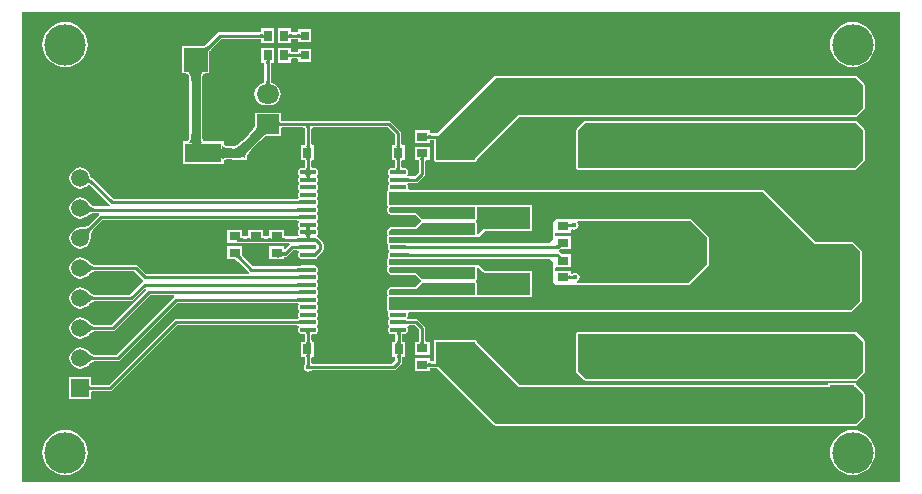
<source format=gtl>
G04*
G04 #@! TF.GenerationSoftware,Altium Limited,Altium Designer,20.2.7 (254)*
G04*
G04 Layer_Physical_Order=1*
G04 Layer_Color=255*
%FSLAX24Y24*%
%MOIN*%
G70*
G04*
G04 #@! TF.SameCoordinates,A2DF4F17-84A0-47B6-94FA-DBA5B2F971EF*
G04*
G04*
G04 #@! TF.FilePolarity,Positive*
G04*
G01*
G75*
%ADD15C,0.0100*%
%ADD18R,0.0374X0.0315*%
%ADD19R,0.0315X0.0374*%
%ADD20R,0.0315X0.0315*%
%ADD21R,0.1240X0.0630*%
%ADD22R,0.1697X0.3252*%
%ADD23O,0.0551X0.0157*%
%ADD41C,0.0060*%
%ADD42C,0.0300*%
%ADD43C,0.1380*%
%ADD44C,0.0900*%
%ADD45R,0.0900X0.0900*%
%ADD46C,0.0800*%
%ADD47R,0.0800X0.0800*%
%ADD48O,0.0750X0.0650*%
%ADD49R,0.0750X0.0650*%
%ADD50C,0.0591*%
%ADD51R,0.0591X0.0591*%
%ADD52R,0.0800X0.0800*%
%ADD53C,0.0177*%
%ADD54C,0.0197*%
G36*
X49238Y20012D02*
X19962D01*
Y35688D01*
X49238D01*
Y20012D01*
D02*
G37*
%LPC*%
G36*
X28366Y35147D02*
X27931D01*
Y35018D01*
X27931Y35018D01*
X27921Y35016D01*
X27908Y35015D01*
X27891Y35015D01*
X27885Y35012D01*
X26550D01*
X26550Y35012D01*
X26507Y35004D01*
X26471Y34979D01*
X26471Y34979D01*
X26111Y34619D01*
X26105Y34617D01*
X26066Y34582D01*
X26052Y34570D01*
X26040Y34562D01*
X26037Y34560D01*
X26014D01*
X26007Y34563D01*
X26002Y34560D01*
X25997Y34562D01*
X25994Y34560D01*
X25290D01*
Y33640D01*
X25437D01*
X25443Y33637D01*
X25464Y33634D01*
X25475Y33631D01*
X25484Y33624D01*
X25494Y33614D01*
X25504Y33597D01*
X25514Y33572D01*
X25523Y33540D01*
X25530Y33501D01*
X25534Y33454D01*
X25535Y33399D01*
X25536Y33398D01*
Y31617D01*
X25535Y31615D01*
X25534Y31560D01*
X25530Y31514D01*
X25523Y31475D01*
X25514Y31443D01*
X25504Y31418D01*
X25494Y31401D01*
X25484Y31391D01*
X25475Y31384D01*
X25464Y31381D01*
X25443Y31378D01*
X25437Y31375D01*
X25320D01*
Y30625D01*
X26680D01*
Y30689D01*
X26682Y30693D01*
X26684Y30714D01*
X26688Y30725D01*
X26695Y30734D01*
X26705Y30744D01*
X26722Y30754D01*
X26747Y30764D01*
X26779Y30773D01*
X26819Y30780D01*
X26853Y30783D01*
X26864Y30782D01*
X26933Y30778D01*
X26953Y30775D01*
X26953Y30758D01*
X26994Y30757D01*
X27002Y30758D01*
X27003Y30758D01*
X27005D01*
X27014Y30754D01*
X27023Y30758D01*
X27374D01*
X27381Y30755D01*
X27386Y30756D01*
X27391Y30755D01*
X27398Y30758D01*
X27447D01*
Y30808D01*
X27451Y30815D01*
X27452Y30842D01*
X27457Y30867D01*
X27466Y30895D01*
X27478Y30924D01*
X27495Y30956D01*
X27516Y30989D01*
X27541Y31024D01*
X27606Y31100D01*
X27645Y31141D01*
X27645Y31143D01*
X27763Y31261D01*
X27765Y31261D01*
X27844Y31338D01*
X27982Y31459D01*
X28040Y31504D01*
X28092Y31538D01*
X28136Y31561D01*
X28146Y31565D01*
X28246D01*
X28258Y31562D01*
X28264Y31565D01*
X28270Y31564D01*
X28271Y31565D01*
X28585D01*
Y31832D01*
X28586Y31832D01*
X28595Y31834D01*
X28608Y31835D01*
X28625Y31835D01*
X28632Y31838D01*
X29335D01*
X29337Y31836D01*
X29339Y31837D01*
X29384Y31812D01*
X29384Y31812D01*
X29385Y31797D01*
X29388Y31791D01*
Y31294D01*
X29385Y31288D01*
X29385Y31270D01*
X29384Y31257D01*
X29382Y31248D01*
X29382Y31247D01*
X29257D01*
Y30753D01*
X29382D01*
X29382Y30752D01*
X29384Y30743D01*
X29385Y30730D01*
X29385Y30712D01*
X29388Y30706D01*
Y30537D01*
X29385Y30531D01*
X29385Y30514D01*
X29384Y30501D01*
X29382Y30491D01*
X29303D01*
X29249Y30481D01*
X29203Y30450D01*
X29172Y30404D01*
X29162Y30350D01*
X29172Y30296D01*
X29198Y30257D01*
X29203Y30234D01*
Y30216D01*
X29198Y30193D01*
X29172Y30154D01*
X29162Y30100D01*
X29172Y30046D01*
X29198Y30007D01*
X29203Y29984D01*
Y29966D01*
X29198Y29943D01*
X29172Y29904D01*
X29162Y29850D01*
X29172Y29796D01*
X29198Y29757D01*
X29203Y29734D01*
Y29716D01*
X29198Y29693D01*
X29172Y29654D01*
X29162Y29600D01*
X29172Y29546D01*
X29191Y29518D01*
X29171Y29467D01*
X29170Y29466D01*
X29159Y29465D01*
X29142Y29465D01*
X29136Y29462D01*
X22996D01*
X22319Y30139D01*
X22283Y30164D01*
X22256Y30169D01*
X22246Y30243D01*
X22210Y30329D01*
X22153Y30403D01*
X22079Y30460D01*
X21993Y30496D01*
X21900Y30508D01*
X21807Y30496D01*
X21721Y30460D01*
X21647Y30403D01*
X21590Y30329D01*
X21554Y30243D01*
X21542Y30150D01*
X21554Y30057D01*
X21590Y29971D01*
X21647Y29897D01*
X21721Y29840D01*
X21807Y29804D01*
X21900Y29792D01*
X21993Y29804D01*
X22079Y29840D01*
X22153Y29897D01*
X22163Y29909D01*
X22229Y29913D01*
X22871Y29271D01*
X22871Y29271D01*
X22883Y29262D01*
X22868Y29212D01*
X22386D01*
X22384Y29214D01*
X22380Y29213D01*
X22377Y29215D01*
X22359Y29216D01*
X22345Y29219D01*
X22330Y29225D01*
X22314Y29233D01*
X22297Y29245D01*
X22278Y29259D01*
X22259Y29278D01*
X22238Y29300D01*
X22218Y29326D01*
X22195Y29356D01*
X22184Y29363D01*
X22153Y29403D01*
X22079Y29460D01*
X21993Y29496D01*
X21900Y29508D01*
X21807Y29496D01*
X21721Y29460D01*
X21647Y29403D01*
X21590Y29329D01*
X21554Y29243D01*
X21542Y29150D01*
X21554Y29057D01*
X21590Y28971D01*
X21647Y28897D01*
X21721Y28840D01*
X21807Y28804D01*
X21900Y28792D01*
X21993Y28804D01*
X22079Y28840D01*
X22099Y28855D01*
X22110Y28857D01*
X22182Y28906D01*
X22212Y28926D01*
X22269Y28957D01*
X22293Y28968D01*
X22313Y28976D01*
X22331Y28981D01*
X22345Y28984D01*
X22360Y28985D01*
X22365Y28988D01*
X22518D01*
X22533Y28938D01*
X22521Y28929D01*
X22521Y28929D01*
X22159Y28567D01*
X22153Y28566D01*
X22140Y28555D01*
X22128Y28547D01*
X22113Y28539D01*
X22093Y28532D01*
X22070Y28525D01*
X22044Y28520D01*
X22015Y28515D01*
X21943Y28510D01*
X21902Y28510D01*
X21897Y28508D01*
X21807Y28496D01*
X21721Y28460D01*
X21647Y28403D01*
X21590Y28329D01*
X21554Y28243D01*
X21542Y28150D01*
X21554Y28057D01*
X21590Y27971D01*
X21647Y27897D01*
X21721Y27840D01*
X21807Y27804D01*
X21900Y27792D01*
X21993Y27804D01*
X22079Y27840D01*
X22153Y27897D01*
X22210Y27971D01*
X22246Y28057D01*
X22258Y28147D01*
X22260Y28152D01*
X22260Y28193D01*
X22265Y28265D01*
X22270Y28294D01*
X22275Y28320D01*
X22282Y28343D01*
X22289Y28363D01*
X22297Y28378D01*
X22305Y28390D01*
X22316Y28403D01*
X22317Y28409D01*
X22646Y28738D01*
X29135D01*
X29142Y28735D01*
X29170Y28734D01*
X29173Y28731D01*
X29182Y28719D01*
X29191Y28696D01*
X29191Y28682D01*
X29172Y28654D01*
X29162Y28600D01*
X29172Y28546D01*
X29198Y28507D01*
X29203Y28484D01*
Y28466D01*
X29198Y28443D01*
X29172Y28404D01*
X29162Y28350D01*
X29172Y28296D01*
X29191Y28268D01*
X29171Y28217D01*
X29170Y28216D01*
X29159Y28215D01*
X29142Y28215D01*
X29136Y28212D01*
X28744D01*
X28737Y28215D01*
X28720Y28215D01*
X28707Y28216D01*
X28698Y28218D01*
X28697Y28218D01*
Y28425D01*
X28203D01*
Y28218D01*
X28202Y28218D01*
X28192Y28216D01*
X28179Y28215D01*
X28162Y28215D01*
X28156Y28212D01*
X28044D01*
X28038Y28215D01*
X28020Y28215D01*
X28008Y28216D01*
X27998Y28218D01*
X27997Y28218D01*
Y28423D01*
X27503D01*
Y28218D01*
X27502Y28218D01*
X27492Y28216D01*
X27480Y28215D01*
X27462Y28215D01*
X27456Y28212D01*
X27344D01*
X27338Y28215D01*
X27320Y28215D01*
X27308Y28216D01*
X27298Y28218D01*
X27297Y28218D01*
Y28423D01*
X26803D01*
Y27988D01*
X27154D01*
X27156Y27988D01*
X27228D01*
X27236Y27984D01*
X27336Y27985D01*
X27343Y27988D01*
X27457D01*
X27464Y27985D01*
X27559Y27985D01*
X27561Y27985D01*
X27562Y27985D01*
X27564Y27984D01*
X27572Y27988D01*
X27928D01*
X27936Y27984D01*
X28036Y27985D01*
X28043Y27988D01*
X28157D01*
X28164Y27985D01*
X28165Y27985D01*
X28165Y27985D01*
X28265Y27987D01*
X28268Y27988D01*
X28632D01*
X28635Y27987D01*
X28735Y27985D01*
X28735Y27985D01*
X28736Y27985D01*
X28742Y27988D01*
X28868D01*
X28883Y27938D01*
X28871Y27929D01*
X28871Y27929D01*
X28743Y27802D01*
X28697Y27821D01*
Y27874D01*
X28203D01*
Y27439D01*
X28697D01*
Y27511D01*
X28702Y27512D01*
X28714Y27513D01*
X28730Y27513D01*
X28742Y27519D01*
X28771Y27525D01*
X28808Y27549D01*
X28996Y27738D01*
X29135D01*
X29142Y27735D01*
X29170Y27734D01*
X29173Y27731D01*
X29182Y27719D01*
X29191Y27696D01*
X29191Y27682D01*
X29172Y27654D01*
X29162Y27600D01*
X29172Y27546D01*
X29203Y27500D01*
X29249Y27469D01*
X29303Y27459D01*
X29697D01*
X29751Y27469D01*
X29797Y27500D01*
X29828Y27546D01*
X29830Y27559D01*
X29850Y27579D01*
X29854Y27582D01*
X29988Y27715D01*
X29988Y27715D01*
X30012Y27752D01*
X30021Y27795D01*
Y27941D01*
X30021Y27941D01*
X30012Y27984D01*
X29988Y28021D01*
X29926Y28083D01*
X29923Y28090D01*
X29866Y28145D01*
X29864Y28146D01*
X29863Y28147D01*
X29848Y28160D01*
X29840Y28168D01*
X29834Y28173D01*
X29834Y28173D01*
X29824Y28180D01*
X29821Y28181D01*
X29821Y28181D01*
X29819Y28184D01*
X29812Y28188D01*
X29810Y28188D01*
X29804Y28193D01*
X29798Y28239D01*
X29802Y28257D01*
X29828Y28296D01*
X29838Y28350D01*
X29828Y28404D01*
X29802Y28443D01*
X29797Y28466D01*
Y28484D01*
X29802Y28507D01*
X29828Y28546D01*
X29838Y28600D01*
X29828Y28654D01*
X29802Y28693D01*
X29797Y28716D01*
Y28734D01*
X29802Y28757D01*
X29828Y28796D01*
X29838Y28850D01*
X29828Y28904D01*
X29802Y28943D01*
X29797Y28966D01*
Y28984D01*
X29802Y29007D01*
X29828Y29046D01*
X29838Y29100D01*
X29828Y29154D01*
X29802Y29193D01*
X29797Y29216D01*
Y29234D01*
X29802Y29257D01*
X29828Y29296D01*
X29838Y29350D01*
X29828Y29404D01*
X29802Y29443D01*
X29797Y29466D01*
Y29484D01*
X29802Y29507D01*
X29828Y29546D01*
X29838Y29600D01*
X29828Y29654D01*
X29802Y29693D01*
X29797Y29716D01*
Y29734D01*
X29802Y29757D01*
X29828Y29796D01*
X29838Y29850D01*
X29828Y29904D01*
X29802Y29943D01*
X29797Y29966D01*
Y29984D01*
X29802Y30007D01*
X29828Y30046D01*
X29838Y30100D01*
X29828Y30154D01*
X29802Y30193D01*
X29797Y30216D01*
Y30234D01*
X29802Y30257D01*
X29828Y30296D01*
X29838Y30350D01*
X29828Y30404D01*
X29797Y30450D01*
X29751Y30481D01*
X29697Y30491D01*
X29618D01*
X29616Y30501D01*
X29615Y30514D01*
X29615Y30531D01*
X29612Y30537D01*
Y30706D01*
X29615Y30712D01*
X29615Y30730D01*
X29616Y30743D01*
X29618Y30752D01*
X29618Y30753D01*
X29692D01*
Y31247D01*
X29618D01*
X29618Y31248D01*
X29616Y31257D01*
X29615Y31270D01*
X29615Y31288D01*
X29612Y31294D01*
Y31791D01*
X29615Y31797D01*
X29616Y31812D01*
X29616Y31812D01*
X29661Y31837D01*
X29663Y31836D01*
X29665Y31838D01*
X32154D01*
X32388Y31604D01*
Y31294D01*
X32385Y31288D01*
X32385Y31270D01*
X32384Y31257D01*
X32382Y31248D01*
X32382Y31247D01*
X32283D01*
Y30753D01*
X32382D01*
X32382Y30752D01*
X32384Y30743D01*
X32385Y30730D01*
X32385Y30712D01*
X32388Y30706D01*
Y30537D01*
X32385Y30531D01*
X32385Y30514D01*
X32384Y30501D01*
X32382Y30491D01*
X32295D01*
X32241Y30481D01*
X32195Y30450D01*
X32165Y30404D01*
X32154Y30350D01*
X32165Y30296D01*
X32191Y30257D01*
X32195Y30234D01*
Y30216D01*
X32191Y30193D01*
X32165Y30154D01*
X32154Y30100D01*
X32165Y30046D01*
X32191Y30007D01*
X32195Y29984D01*
Y29966D01*
X32191Y29943D01*
X32165Y29904D01*
X32154Y29850D01*
X32165Y29796D01*
X32168Y29791D01*
X32154Y29746D01*
X32135Y29700D01*
Y29250D01*
X32154Y29204D01*
X32160Y29202D01*
X32141Y29156D01*
Y29044D01*
X32160Y28998D01*
X32204Y28954D01*
X32250Y28935D01*
X33073Y28935D01*
X33254Y28754D01*
X33259Y28752D01*
X33259Y28698D01*
X33254Y28696D01*
X33073Y28515D01*
X32250Y28515D01*
X32204Y28496D01*
X32154Y28446D01*
X32135Y28400D01*
Y28300D01*
X32138Y28293D01*
X32154Y28246D01*
X32135Y28200D01*
Y28000D01*
X32154Y27954D01*
X32168Y27909D01*
X32165Y27904D01*
X32154Y27850D01*
X32165Y27796D01*
X32191Y27757D01*
X32195Y27734D01*
Y27716D01*
X32191Y27693D01*
X32165Y27654D01*
X32154Y27600D01*
X32165Y27546D01*
X32168Y27541D01*
X32154Y27496D01*
X32135Y27450D01*
Y27250D01*
X32154Y27204D01*
X32138Y27157D01*
X32135Y27150D01*
Y27050D01*
X32154Y27004D01*
X32204Y26954D01*
X32250Y26935D01*
X33073Y26935D01*
X33254Y26754D01*
X33259Y26752D01*
X33264Y26722D01*
X33259Y26698D01*
X33254Y26696D01*
X33073Y26515D01*
X32250Y26515D01*
X32204Y26496D01*
X32160Y26452D01*
X32141Y26406D01*
Y26294D01*
X32160Y26248D01*
X32154Y26246D01*
X32135Y26200D01*
Y25750D01*
X32154Y25704D01*
X32168Y25659D01*
X32165Y25654D01*
X32154Y25600D01*
X32165Y25546D01*
X32191Y25507D01*
X32195Y25484D01*
Y25466D01*
X32191Y25443D01*
X32165Y25404D01*
X32154Y25350D01*
X32165Y25296D01*
X32191Y25257D01*
X32195Y25234D01*
Y25216D01*
X32191Y25193D01*
X32165Y25154D01*
X32154Y25100D01*
X32165Y25046D01*
X32195Y25000D01*
X32241Y24969D01*
X32295Y24959D01*
X32408D01*
X32409Y24949D01*
X32410Y24936D01*
X32411Y24919D01*
X32413Y24913D01*
Y24744D01*
X32411Y24738D01*
X32410Y24720D01*
X32409Y24707D01*
X32408Y24698D01*
X32407Y24697D01*
X32308D01*
Y24203D01*
X32407D01*
X32408Y24202D01*
X32409Y24193D01*
X32410Y24180D01*
X32411Y24162D01*
X32413Y24156D01*
Y24072D01*
X32304Y23962D01*
X29634D01*
X29628Y23965D01*
X29615Y23965D01*
X29615Y23969D01*
X29615Y23977D01*
X29612Y23984D01*
Y24156D01*
X29615Y24162D01*
X29615Y24180D01*
X29616Y24193D01*
X29618Y24202D01*
X29618Y24203D01*
X29692D01*
Y24697D01*
X29618D01*
X29618Y24698D01*
X29616Y24707D01*
X29615Y24720D01*
X29615Y24738D01*
X29612Y24744D01*
Y24913D01*
X29615Y24919D01*
X29615Y24936D01*
X29616Y24949D01*
X29618Y24959D01*
X29697D01*
X29751Y24969D01*
X29797Y25000D01*
X29828Y25046D01*
X29838Y25100D01*
X29828Y25154D01*
X29802Y25193D01*
X29797Y25216D01*
Y25234D01*
X29802Y25257D01*
X29828Y25296D01*
X29838Y25350D01*
X29828Y25404D01*
X29802Y25443D01*
X29797Y25466D01*
Y25484D01*
X29802Y25507D01*
X29828Y25546D01*
X29838Y25600D01*
X29828Y25654D01*
X29802Y25693D01*
X29797Y25716D01*
Y25734D01*
X29802Y25757D01*
X29828Y25796D01*
X29838Y25850D01*
X29828Y25904D01*
X29802Y25943D01*
X29797Y25966D01*
Y25984D01*
X29802Y26007D01*
X29828Y26046D01*
X29838Y26100D01*
X29828Y26154D01*
X29802Y26193D01*
X29797Y26216D01*
Y26234D01*
X29802Y26257D01*
X29828Y26296D01*
X29838Y26350D01*
X29828Y26404D01*
X29802Y26443D01*
X29797Y26466D01*
Y26484D01*
X29802Y26507D01*
X29828Y26546D01*
X29838Y26600D01*
X29828Y26654D01*
X29802Y26693D01*
X29797Y26716D01*
Y26734D01*
X29802Y26757D01*
X29828Y26796D01*
X29838Y26850D01*
X29828Y26904D01*
X29802Y26943D01*
X29797Y26966D01*
Y26984D01*
X29802Y27007D01*
X29828Y27046D01*
X29838Y27100D01*
X29828Y27154D01*
X29797Y27200D01*
X29751Y27231D01*
X29697Y27241D01*
X29303D01*
X29277Y27236D01*
X29273Y27238D01*
X29261Y27233D01*
X29249Y27231D01*
X29248Y27230D01*
X29240Y27229D01*
X29236Y27226D01*
X29233Y27225D01*
X29229Y27224D01*
X29211Y27220D01*
X29202Y27218D01*
X29159Y27215D01*
X29142Y27215D01*
X29136Y27212D01*
X27651D01*
X27356Y27507D01*
X27354Y27513D01*
X27316Y27553D01*
X27304Y27568D01*
X27297Y27579D01*
Y27593D01*
X27299Y27597D01*
X27298Y27602D01*
X27301Y27607D01*
X27297Y27617D01*
Y27872D01*
X26803D01*
Y27437D01*
X27048D01*
X27052Y27435D01*
X27064Y27437D01*
X27083D01*
X27087Y27435D01*
X27097Y27430D01*
X27110Y27421D01*
X27172Y27369D01*
X27196Y27346D01*
X27199Y27345D01*
X27200Y27343D01*
X27205Y27341D01*
X27525Y27021D01*
X27525Y27021D01*
X27538Y27012D01*
X27523Y26962D01*
X24096D01*
X23829Y27229D01*
X23793Y27254D01*
X23750Y27262D01*
X23750Y27262D01*
X22378D01*
X22373Y27265D01*
X22356Y27266D01*
X22342Y27269D01*
X22325Y27275D01*
X22307Y27283D01*
X22286Y27295D01*
X22263Y27310D01*
X22239Y27327D01*
X22185Y27375D01*
X22156Y27403D01*
X22151Y27405D01*
X22079Y27460D01*
X21993Y27496D01*
X21900Y27508D01*
X21807Y27496D01*
X21721Y27460D01*
X21647Y27403D01*
X21590Y27329D01*
X21554Y27243D01*
X21542Y27150D01*
X21554Y27057D01*
X21590Y26971D01*
X21647Y26897D01*
X21721Y26840D01*
X21807Y26804D01*
X21900Y26792D01*
X21993Y26804D01*
X22079Y26840D01*
X22151Y26895D01*
X22156Y26897D01*
X22185Y26925D01*
X22239Y26973D01*
X22263Y26990D01*
X22286Y27005D01*
X22307Y27017D01*
X22325Y27025D01*
X22342Y27031D01*
X22356Y27034D01*
X22373Y27035D01*
X22378Y27038D01*
X23704D01*
X23971Y26771D01*
X23998Y26753D01*
X24002Y26730D01*
Y26720D01*
X23998Y26697D01*
X23971Y26679D01*
X23971Y26679D01*
X23554Y26262D01*
X22378D01*
X22373Y26265D01*
X22356Y26266D01*
X22342Y26269D01*
X22325Y26275D01*
X22307Y26283D01*
X22286Y26295D01*
X22263Y26310D01*
X22239Y26327D01*
X22185Y26375D01*
X22156Y26403D01*
X22151Y26405D01*
X22079Y26460D01*
X21993Y26496D01*
X21900Y26508D01*
X21807Y26496D01*
X21721Y26460D01*
X21647Y26403D01*
X21590Y26329D01*
X21554Y26243D01*
X21542Y26150D01*
X21554Y26057D01*
X21590Y25971D01*
X21647Y25897D01*
X21721Y25840D01*
X21807Y25804D01*
X21900Y25792D01*
X21993Y25804D01*
X22079Y25840D01*
X22151Y25895D01*
X22156Y25897D01*
X22185Y25925D01*
X22239Y25973D01*
X22263Y25990D01*
X22286Y26005D01*
X22307Y26017D01*
X22325Y26025D01*
X22342Y26031D01*
X22356Y26034D01*
X22373Y26035D01*
X22378Y26038D01*
X23600D01*
X23600Y26038D01*
X23643Y26046D01*
X23679Y26071D01*
X24073Y26465D01*
X24083Y26462D01*
X24098Y26407D01*
X22954Y25262D01*
X22378D01*
X22373Y25265D01*
X22356Y25266D01*
X22342Y25269D01*
X22325Y25275D01*
X22307Y25283D01*
X22286Y25295D01*
X22263Y25310D01*
X22239Y25327D01*
X22185Y25375D01*
X22156Y25403D01*
X22151Y25405D01*
X22079Y25460D01*
X21993Y25496D01*
X21900Y25508D01*
X21807Y25496D01*
X21721Y25460D01*
X21647Y25403D01*
X21590Y25329D01*
X21554Y25243D01*
X21542Y25150D01*
X21554Y25057D01*
X21590Y24971D01*
X21647Y24897D01*
X21721Y24840D01*
X21807Y24804D01*
X21900Y24792D01*
X21993Y24804D01*
X22079Y24840D01*
X22151Y24895D01*
X22156Y24897D01*
X22185Y24925D01*
X22239Y24973D01*
X22263Y24990D01*
X22286Y25005D01*
X22307Y25017D01*
X22325Y25025D01*
X22342Y25031D01*
X22356Y25034D01*
X22373Y25035D01*
X22378Y25038D01*
X23000D01*
X23000Y25038D01*
X23043Y25046D01*
X23079Y25071D01*
X24246Y26238D01*
X25018D01*
X25033Y26188D01*
X25021Y26179D01*
X25021Y26179D01*
X23104Y24262D01*
X22378D01*
X22373Y24265D01*
X22356Y24266D01*
X22342Y24269D01*
X22325Y24275D01*
X22307Y24283D01*
X22286Y24295D01*
X22263Y24310D01*
X22239Y24327D01*
X22185Y24375D01*
X22156Y24403D01*
X22151Y24405D01*
X22079Y24460D01*
X21993Y24496D01*
X21900Y24508D01*
X21807Y24496D01*
X21721Y24460D01*
X21647Y24403D01*
X21590Y24329D01*
X21554Y24243D01*
X21542Y24150D01*
X21554Y24057D01*
X21590Y23971D01*
X21647Y23897D01*
X21721Y23840D01*
X21807Y23804D01*
X21900Y23792D01*
X21993Y23804D01*
X22079Y23840D01*
X22151Y23895D01*
X22156Y23897D01*
X22185Y23925D01*
X22239Y23973D01*
X22263Y23990D01*
X22286Y24005D01*
X22307Y24017D01*
X22325Y24025D01*
X22342Y24031D01*
X22356Y24034D01*
X22373Y24035D01*
X22378Y24038D01*
X23150D01*
X23150Y24038D01*
X23193Y24046D01*
X23229Y24071D01*
X25146Y25988D01*
X29135D01*
X29142Y25985D01*
X29170Y25984D01*
X29173Y25981D01*
X29182Y25969D01*
X29191Y25946D01*
X29191Y25932D01*
X29172Y25904D01*
X29162Y25850D01*
X29172Y25796D01*
X29198Y25757D01*
X29203Y25734D01*
Y25716D01*
X29198Y25693D01*
X29172Y25654D01*
X29162Y25600D01*
X29172Y25546D01*
X29191Y25518D01*
X29171Y25467D01*
X29170Y25466D01*
X29159Y25465D01*
X29142Y25465D01*
X29136Y25462D01*
X25100D01*
X25100Y25462D01*
X25057Y25454D01*
X25021Y25429D01*
X25021Y25429D01*
X22854Y23262D01*
X22302D01*
X22296Y23265D01*
X22279Y23265D01*
X22266Y23266D01*
X22256Y23268D01*
X22255Y23268D01*
Y23505D01*
X21545D01*
Y22795D01*
X22255D01*
Y23032D01*
X22256Y23032D01*
X22266Y23034D01*
X22279Y23035D01*
X22296Y23035D01*
X22302Y23038D01*
X22900D01*
X22900Y23038D01*
X22943Y23046D01*
X22979Y23071D01*
X25146Y25238D01*
X29135D01*
X29142Y25235D01*
X29170Y25234D01*
X29173Y25231D01*
X29182Y25219D01*
X29191Y25196D01*
X29191Y25182D01*
X29172Y25154D01*
X29162Y25100D01*
X29172Y25046D01*
X29203Y25000D01*
X29249Y24969D01*
X29303Y24959D01*
X29382D01*
X29384Y24949D01*
X29385Y24936D01*
X29385Y24919D01*
X29388Y24913D01*
Y24744D01*
X29385Y24738D01*
X29385Y24720D01*
X29384Y24707D01*
X29382Y24698D01*
X29382Y24697D01*
X29257D01*
Y24203D01*
X29382D01*
X29382Y24202D01*
X29384Y24193D01*
X29385Y24180D01*
X29385Y24162D01*
X29388Y24156D01*
Y23984D01*
X29385Y23978D01*
X29385Y23961D01*
X29384Y23950D01*
X29383Y23947D01*
X29383Y23946D01*
X29382Y23944D01*
X29382Y23944D01*
X29382Y23943D01*
X29382Y23941D01*
X29360Y23908D01*
X29349Y23850D01*
X29360Y23792D01*
X29393Y23743D01*
X29442Y23710D01*
X29500Y23699D01*
X29558Y23710D01*
X29591Y23732D01*
X29593Y23732D01*
X29594Y23732D01*
X29595Y23732D01*
X29596Y23733D01*
X29597Y23733D01*
X29599Y23734D01*
X29619Y23735D01*
X29627Y23735D01*
X29634Y23738D01*
X32350D01*
X32350Y23738D01*
X32393Y23746D01*
X32429Y23771D01*
X32605Y23946D01*
X32605Y23946D01*
X32629Y23983D01*
X32638Y24026D01*
X32638Y24026D01*
Y24156D01*
X32641Y24162D01*
X32641Y24180D01*
X32642Y24193D01*
X32644Y24202D01*
X32644Y24203D01*
X32743D01*
Y24697D01*
X32644D01*
X32644Y24698D01*
X32642Y24707D01*
X32641Y24720D01*
X32641Y24738D01*
X32638Y24744D01*
Y24913D01*
X32641Y24919D01*
X32641Y24936D01*
X32642Y24949D01*
X32644Y24959D01*
X32689D01*
X32743Y24969D01*
X32789Y25000D01*
X32820Y25046D01*
X32830Y25100D01*
X32820Y25154D01*
X32801Y25182D01*
X32821Y25233D01*
X32822Y25234D01*
X32833Y25235D01*
X32850Y25235D01*
X32856Y25238D01*
X33054D01*
X33188Y25104D01*
Y24740D01*
X33185Y24734D01*
X33185Y24716D01*
X33184Y24704D01*
X33182Y24694D01*
X33182Y24693D01*
X33053D01*
Y24258D01*
X33547D01*
Y24693D01*
X33418D01*
X33418Y24694D01*
X33416Y24704D01*
X33415Y24716D01*
X33415Y24734D01*
X33412Y24740D01*
Y25150D01*
X33412Y25150D01*
X33404Y25193D01*
X33379Y25229D01*
X33379Y25229D01*
X33179Y25429D01*
X33143Y25454D01*
X33100Y25462D01*
X33100Y25462D01*
X32857D01*
X32850Y25465D01*
X32822Y25466D01*
X32819Y25469D01*
X32811Y25481D01*
X32802Y25504D01*
X32801Y25518D01*
X32820Y25546D01*
X32830Y25600D01*
X32823Y25635D01*
X32855Y25685D01*
X47600Y25685D01*
X47646Y25704D01*
X47946Y26004D01*
X47965Y26050D01*
X47965Y27700D01*
X47946Y27746D01*
X47696Y27996D01*
X47650Y28015D01*
X46427D01*
X44696Y29746D01*
X44650Y29765D01*
X32855Y29765D01*
X32823Y29815D01*
X32830Y29850D01*
X32820Y29904D01*
X32801Y29932D01*
X32821Y29983D01*
X32822Y29984D01*
X32833Y29985D01*
X32850Y29985D01*
X32856Y29988D01*
X33100D01*
X33100Y29988D01*
X33143Y29996D01*
X33179Y30021D01*
X33379Y30221D01*
X33379Y30221D01*
X33404Y30257D01*
X33412Y30300D01*
X33412Y30300D01*
Y30710D01*
X33415Y30716D01*
X33415Y30733D01*
X33416Y30746D01*
X33418Y30755D01*
X33418Y30757D01*
X33547D01*
Y31192D01*
X33053D01*
Y30757D01*
X33182D01*
X33182Y30755D01*
X33184Y30746D01*
X33185Y30733D01*
X33185Y30716D01*
X33188Y30710D01*
Y30346D01*
X33054Y30212D01*
X32857D01*
X32850Y30215D01*
X32822Y30216D01*
X32819Y30219D01*
X32811Y30231D01*
X32802Y30254D01*
X32801Y30268D01*
X32820Y30296D01*
X32830Y30350D01*
X32820Y30404D01*
X32789Y30450D01*
X32743Y30481D01*
X32689Y30491D01*
X32618D01*
X32616Y30501D01*
X32615Y30514D01*
X32615Y30531D01*
X32612Y30537D01*
Y30706D01*
X32615Y30712D01*
X32615Y30730D01*
X32616Y30743D01*
X32618Y30752D01*
X32618Y30753D01*
X32717D01*
Y31247D01*
X32618D01*
X32618Y31248D01*
X32616Y31257D01*
X32615Y31270D01*
X32615Y31288D01*
X32612Y31294D01*
Y31650D01*
X32612Y31650D01*
X32604Y31693D01*
X32579Y31729D01*
X32579Y31729D01*
X32279Y32029D01*
X32243Y32054D01*
X32200Y32062D01*
X32200Y32062D01*
X29515D01*
X29513Y32064D01*
X29505Y32062D01*
X29495D01*
X29487Y32064D01*
X29485Y32062D01*
X28632D01*
X28625Y32065D01*
X28608Y32065D01*
X28595Y32066D01*
X28586Y32068D01*
X28585Y32068D01*
Y32335D01*
X27715D01*
Y32011D01*
X27711Y32003D01*
X27713Y31998D01*
X27712Y31993D01*
X27715Y31987D01*
Y31861D01*
X27702Y31838D01*
X27671Y31793D01*
X27578Y31684D01*
X27517Y31621D01*
X27517Y31619D01*
X27288Y31391D01*
X27287Y31391D01*
X27246Y31351D01*
X27209Y31317D01*
X27140Y31260D01*
X27110Y31239D01*
X27084Y31222D01*
X27068Y31214D01*
X26922D01*
X26921Y31215D01*
X26865Y31216D01*
X26819Y31220D01*
X26779Y31227D01*
X26747Y31236D01*
X26722Y31246D01*
X26705Y31256D01*
X26695Y31266D01*
X26688Y31275D01*
X26684Y31286D01*
X26682Y31307D01*
X26680Y31311D01*
Y31375D01*
X26063D01*
X26057Y31378D01*
X26036Y31381D01*
X26025Y31384D01*
X26016Y31391D01*
X26006Y31401D01*
X25996Y31418D01*
X25986Y31443D01*
X25977Y31475D01*
X25970Y31514D01*
X25966Y31560D01*
X25965Y31615D01*
X25964Y31617D01*
Y33398D01*
X25965Y33399D01*
X25966Y33454D01*
X25970Y33501D01*
X25977Y33540D01*
X25986Y33572D01*
X25996Y33597D01*
X26006Y33614D01*
X26016Y33624D01*
X26025Y33631D01*
X26036Y33634D01*
X26057Y33637D01*
X26063Y33640D01*
X26210D01*
Y34344D01*
X26212Y34347D01*
X26210Y34352D01*
X26213Y34357D01*
X26210Y34364D01*
Y34387D01*
X26212Y34390D01*
X26220Y34402D01*
X26248Y34435D01*
X26266Y34454D01*
X26269Y34460D01*
X26596Y34788D01*
X27885D01*
X27891Y34785D01*
X27908Y34785D01*
X27921Y34784D01*
X27930Y34782D01*
X27931Y34782D01*
Y34653D01*
X28366D01*
Y35147D01*
D02*
G37*
G36*
X28917D02*
X28483D01*
Y34653D01*
X28917D01*
Y34782D01*
X28919Y34782D01*
X28928Y34784D01*
X28941Y34785D01*
X28958Y34785D01*
X28964Y34788D01*
X29121D01*
X29127Y34785D01*
X29144Y34785D01*
X29157Y34784D01*
X29166Y34782D01*
X29168Y34782D01*
Y34683D01*
X29603D01*
Y35117D01*
X29168D01*
Y35018D01*
X29166Y35018D01*
X29157Y35016D01*
X29144Y35015D01*
X29127Y35015D01*
X29121Y35012D01*
X28964D01*
X28958Y35015D01*
X28941Y35015D01*
X28928Y35016D01*
X28919Y35018D01*
X28917Y35018D01*
Y35147D01*
D02*
G37*
G36*
Y34497D02*
X28483D01*
Y34003D01*
X28917D01*
Y34132D01*
X28919Y34132D01*
X28928Y34134D01*
X28941Y34135D01*
X28958Y34135D01*
X28964Y34138D01*
X29121D01*
X29127Y34135D01*
X29144Y34135D01*
X29157Y34134D01*
X29166Y34132D01*
X29168Y34132D01*
Y34033D01*
X29603D01*
Y34467D01*
X29168D01*
Y34368D01*
X29166Y34368D01*
X29157Y34366D01*
X29144Y34365D01*
X29127Y34365D01*
X29121Y34362D01*
X28964D01*
X28958Y34365D01*
X28941Y34365D01*
X28928Y34366D01*
X28919Y34368D01*
X28917Y34368D01*
Y34497D01*
D02*
G37*
G36*
X47650Y35354D02*
X47503Y35339D01*
X47362Y35296D01*
X47231Y35227D01*
X47117Y35133D01*
X47023Y35019D01*
X46954Y34888D01*
X46911Y34747D01*
X46896Y34600D01*
X46911Y34453D01*
X46954Y34312D01*
X47023Y34181D01*
X47117Y34067D01*
X47231Y33973D01*
X47362Y33904D01*
X47503Y33861D01*
X47650Y33846D01*
X47797Y33861D01*
X47938Y33904D01*
X48069Y33973D01*
X48183Y34067D01*
X48277Y34181D01*
X48346Y34312D01*
X48389Y34453D01*
X48404Y34600D01*
X48389Y34747D01*
X48346Y34888D01*
X48277Y35019D01*
X48183Y35133D01*
X48069Y35227D01*
X47938Y35296D01*
X47797Y35339D01*
X47650Y35354D01*
D02*
G37*
G36*
X21400D02*
X21253Y35339D01*
X21112Y35296D01*
X20981Y35227D01*
X20867Y35133D01*
X20773Y35019D01*
X20704Y34888D01*
X20661Y34747D01*
X20646Y34600D01*
X20661Y34453D01*
X20704Y34312D01*
X20773Y34181D01*
X20867Y34067D01*
X20981Y33973D01*
X21112Y33904D01*
X21253Y33861D01*
X21400Y33846D01*
X21547Y33861D01*
X21688Y33904D01*
X21819Y33973D01*
X21933Y34067D01*
X22027Y34181D01*
X22096Y34312D01*
X22139Y34453D01*
X22154Y34600D01*
X22139Y34747D01*
X22096Y34888D01*
X22027Y35019D01*
X21933Y35133D01*
X21819Y35227D01*
X21688Y35296D01*
X21547Y35339D01*
X21400Y35354D01*
D02*
G37*
G36*
X28366Y34497D02*
X27931D01*
Y34003D01*
X28031D01*
X28031Y34002D01*
X28032Y33993D01*
X28033Y33980D01*
X28034Y33963D01*
X28037Y33956D01*
Y33393D01*
X28034Y33387D01*
X28033Y33369D01*
X28032Y33355D01*
X28031Y33344D01*
X28029Y33339D01*
X27999Y33335D01*
X27906Y33296D01*
X27825Y33235D01*
X27764Y33154D01*
X27725Y33061D01*
X27712Y32960D01*
X27725Y32859D01*
X27764Y32766D01*
X27825Y32685D01*
X27906Y32624D01*
X27999Y32585D01*
X28100Y32572D01*
X28200D01*
X28300Y32585D01*
X28394Y32624D01*
X28475Y32685D01*
X28536Y32766D01*
X28575Y32859D01*
X28588Y32960D01*
X28575Y33061D01*
X28536Y33154D01*
X28475Y33235D01*
X28394Y33296D01*
X28300Y33335D01*
X28268Y33339D01*
X28267Y33344D01*
X28265Y33355D01*
X28264Y33369D01*
X28264Y33387D01*
X28261Y33393D01*
Y33956D01*
X28264Y33963D01*
X28264Y33980D01*
X28265Y33993D01*
X28267Y34002D01*
X28267Y34003D01*
X28366D01*
Y34497D01*
D02*
G37*
G36*
X47750Y33565D02*
X35750D01*
X35704Y33546D01*
X33796Y31638D01*
X33594D01*
X33588Y31641D01*
X33570Y31641D01*
X33557Y31642D01*
X33548Y31644D01*
X33547Y31644D01*
Y31743D01*
X33053D01*
Y31308D01*
X33547D01*
Y31407D01*
X33548Y31408D01*
X33557Y31409D01*
X33570Y31410D01*
X33588Y31411D01*
X33594Y31413D01*
X33685D01*
Y30750D01*
X33704Y30704D01*
X33750Y30685D01*
X35050D01*
X35096Y30704D01*
X35115Y30750D01*
Y30773D01*
X36527Y32185D01*
X47750D01*
X47796Y32204D01*
X48046Y32454D01*
X48065Y32500D01*
Y33250D01*
X48046Y33296D01*
X47796Y33546D01*
X47750Y33565D01*
D02*
G37*
G36*
Y32065D02*
X38750D01*
X38704Y32046D01*
X38454Y31796D01*
X38435Y31750D01*
X38435Y30487D01*
X38454Y30441D01*
X38500Y30422D01*
X40313Y30422D01*
X47737D01*
X47782Y30441D01*
X48046Y30704D01*
X48065Y30750D01*
Y31750D01*
X48046Y31796D01*
X47796Y32046D01*
X47750Y32065D01*
D02*
G37*
G36*
X35050Y24765D02*
X33750D01*
X33704Y24746D01*
X33685Y24700D01*
Y24037D01*
X33594D01*
X33588Y24039D01*
X33570Y24040D01*
X33557Y24041D01*
X33548Y24042D01*
X33547Y24043D01*
Y24142D01*
X33053D01*
Y23707D01*
X33547D01*
Y23806D01*
X33548Y23806D01*
X33557Y23808D01*
X33570Y23809D01*
X33588Y23809D01*
X33594Y23812D01*
X33796D01*
X35704Y21904D01*
X35750Y21885D01*
X47750D01*
X47796Y21904D01*
X48046Y22154D01*
X48065Y22200D01*
Y22950D01*
X48046Y22996D01*
X47796Y23246D01*
X47760Y23261D01*
Y23310D01*
X46840D01*
Y23265D01*
X36527D01*
X35115Y24677D01*
Y24700D01*
X35096Y24746D01*
X35050Y24765D01*
D02*
G37*
G36*
X47737Y25028D02*
X40313Y25028D01*
X38500D01*
X38454Y25009D01*
X38435Y24963D01*
X38435Y23700D01*
X38454Y23654D01*
X38704Y23404D01*
X38750Y23385D01*
X47750D01*
X47796Y23404D01*
X48046Y23654D01*
X48065Y23700D01*
Y24700D01*
X48046Y24746D01*
X47782Y25009D01*
X47737Y25028D01*
D02*
G37*
G36*
X47650Y21754D02*
X47503Y21739D01*
X47362Y21696D01*
X47231Y21627D01*
X47117Y21533D01*
X47023Y21419D01*
X46954Y21288D01*
X46911Y21147D01*
X46896Y21000D01*
X46911Y20853D01*
X46954Y20712D01*
X47023Y20581D01*
X47117Y20467D01*
X47231Y20373D01*
X47362Y20304D01*
X47503Y20261D01*
X47650Y20246D01*
X47797Y20261D01*
X47938Y20304D01*
X48069Y20373D01*
X48183Y20467D01*
X48277Y20581D01*
X48346Y20712D01*
X48389Y20853D01*
X48404Y21000D01*
X48389Y21147D01*
X48346Y21288D01*
X48277Y21419D01*
X48183Y21533D01*
X48069Y21627D01*
X47938Y21696D01*
X47797Y21739D01*
X47650Y21754D01*
D02*
G37*
G36*
X21400D02*
X21253Y21739D01*
X21112Y21696D01*
X20981Y21627D01*
X20867Y21533D01*
X20773Y21419D01*
X20704Y21288D01*
X20661Y21147D01*
X20646Y21000D01*
X20661Y20853D01*
X20704Y20712D01*
X20773Y20581D01*
X20867Y20467D01*
X20981Y20373D01*
X21112Y20304D01*
X21253Y20261D01*
X21400Y20246D01*
X21547Y20261D01*
X21688Y20304D01*
X21819Y20373D01*
X21933Y20467D01*
X22027Y20581D01*
X22096Y20712D01*
X22139Y20853D01*
X22154Y21000D01*
X22139Y21147D01*
X22096Y21288D01*
X22027Y21419D01*
X21933Y21533D01*
X21819Y21627D01*
X21688Y21696D01*
X21547Y21739D01*
X21400Y21754D01*
D02*
G37*
%LPD*%
G36*
X27994Y34800D02*
X27993Y34810D01*
X27990Y34818D01*
X27985Y34825D01*
X27978Y34832D01*
X27968Y34838D01*
X27957Y34842D01*
X27944Y34845D01*
X27929Y34848D01*
X27912Y34850D01*
X27893Y34850D01*
Y34950D01*
X27912Y34950D01*
X27929Y34952D01*
X27944Y34955D01*
X27957Y34958D01*
X27968Y34962D01*
X27978Y34968D01*
X27985Y34975D01*
X27990Y34982D01*
X27993Y34990D01*
X27994Y35000D01*
Y34800D01*
D02*
G37*
G36*
X26220Y34499D02*
X26200Y34478D01*
X26168Y34441D01*
X26157Y34425D01*
X26148Y34410D01*
X26142Y34397D01*
X26139Y34385D01*
X26139Y34374D01*
X26142Y34365D01*
X26148Y34357D01*
X26007Y34498D01*
X26015Y34492D01*
X26024Y34489D01*
X26035Y34489D01*
X26047Y34492D01*
X26060Y34498D01*
X26075Y34507D01*
X26091Y34518D01*
X26109Y34532D01*
X26149Y34570D01*
X26220Y34499D01*
D02*
G37*
G36*
X26097Y34377D02*
X26060Y34338D01*
X25949Y34209D01*
X25932Y34182D01*
X25918Y34158D01*
X25908Y34136D01*
X25902Y34117D01*
X25900Y34100D01*
X25750Y34250D01*
X25767Y34252D01*
X25786Y34258D01*
X25808Y34268D01*
X25832Y34282D01*
X25859Y34299D01*
X25888Y34321D01*
X25953Y34376D01*
X26027Y34447D01*
X26097Y34377D01*
D02*
G37*
G36*
X26021Y33698D02*
X25996Y33689D01*
X25973Y33674D01*
X25954Y33653D01*
X25938Y33626D01*
X25924Y33593D01*
X25914Y33554D01*
X25906Y33509D01*
X25902Y33458D01*
X25900Y33401D01*
X25600D01*
X25598Y33458D01*
X25594Y33509D01*
X25587Y33554D01*
X25576Y33593D01*
X25563Y33626D01*
X25546Y33653D01*
X25526Y33674D01*
X25504Y33689D01*
X25478Y33698D01*
X25450Y33701D01*
X26050D01*
X26021Y33698D01*
D02*
G37*
G36*
X28269Y32045D02*
X28287Y32036D01*
X28310Y32028D01*
X28337Y32020D01*
X28368Y32014D01*
X28404Y32009D01*
X28489Y32002D01*
X28523Y32002D01*
Y32050D01*
X28524Y32041D01*
X28527Y32032D01*
X28532Y32025D01*
X28539Y32018D01*
X28548Y32013D01*
X28559Y32008D01*
X28572Y32004D01*
X28587Y32002D01*
X28605Y32001D01*
X28624Y32000D01*
Y31900D01*
X28605Y31899D01*
X28587Y31898D01*
X28572Y31895D01*
X28559Y31892D01*
X28548Y31888D01*
X28539Y31882D01*
X28532Y31876D01*
X28527Y31868D01*
X28524Y31860D01*
X28523Y31850D01*
Y31898D01*
X28368Y31886D01*
X28337Y31880D01*
X28310Y31872D01*
X28287Y31864D01*
X28269Y31855D01*
X28256Y31844D01*
Y32056D01*
X28269Y32045D01*
D02*
G37*
G36*
X29650Y31900D02*
X29631Y31899D01*
X29614Y31896D01*
X29599Y31891D01*
X29586Y31884D01*
X29575Y31875D01*
X29566Y31864D01*
X29559Y31851D01*
X29554Y31836D01*
X29551Y31819D01*
X29550Y31800D01*
X29450D01*
X29449Y31819D01*
X29446Y31836D01*
X29441Y31851D01*
X29434Y31864D01*
X29425Y31875D01*
X29414Y31884D01*
X29401Y31891D01*
X29386Y31896D01*
X29369Y31899D01*
X29350Y31900D01*
X29500Y32000D01*
X29650Y31900D01*
D02*
G37*
G36*
X28250Y31626D02*
X28224Y31640D01*
X28191Y31643D01*
X28153Y31637D01*
X28109Y31620D01*
X28059Y31593D01*
X28003Y31557D01*
X27941Y31510D01*
X27800Y31385D01*
X27720Y31308D01*
X27564Y31576D01*
X27626Y31640D01*
X27722Y31753D01*
X27757Y31803D01*
X27782Y31848D01*
X27799Y31888D01*
X27807Y31923D01*
X27806Y31954D01*
X27795Y31979D01*
X27776Y32000D01*
X28250Y31626D01*
D02*
G37*
G36*
X25902Y31557D02*
X25906Y31506D01*
X25914Y31461D01*
X25924Y31422D01*
X25938Y31389D01*
X25954Y31362D01*
X25973Y31341D01*
X25996Y31326D01*
X26021Y31317D01*
X26050Y31314D01*
X25450D01*
X25478Y31317D01*
X25504Y31326D01*
X25526Y31341D01*
X25546Y31362D01*
X25563Y31389D01*
X25576Y31422D01*
X25587Y31461D01*
X25594Y31506D01*
X25598Y31557D01*
X25600Y31614D01*
X25900D01*
X25902Y31557D01*
D02*
G37*
G36*
X32550Y31267D02*
X32552Y31249D01*
X32555Y31234D01*
X32558Y31221D01*
X32562Y31210D01*
X32568Y31201D01*
X32575Y31194D01*
X32582Y31189D01*
X32590Y31186D01*
X32600Y31185D01*
X32400D01*
X32410Y31186D01*
X32418Y31189D01*
X32425Y31194D01*
X32432Y31201D01*
X32438Y31210D01*
X32442Y31221D01*
X32445Y31234D01*
X32448Y31249D01*
X32450Y31267D01*
X32450Y31286D01*
X32550D01*
X32550Y31267D01*
D02*
G37*
G36*
X29550D02*
X29552Y31249D01*
X29555Y31234D01*
X29558Y31221D01*
X29562Y31210D01*
X29568Y31201D01*
X29574Y31194D01*
X29582Y31189D01*
X29590Y31186D01*
X29600Y31185D01*
X29400D01*
X29409Y31186D01*
X29418Y31189D01*
X29425Y31194D01*
X29432Y31201D01*
X29437Y31210D01*
X29442Y31221D01*
X29446Y31234D01*
X29448Y31249D01*
X29450Y31267D01*
X29450Y31286D01*
X29550D01*
X29550Y31267D01*
D02*
G37*
G36*
X27598Y31186D02*
X27558Y31144D01*
X27490Y31064D01*
X27462Y31025D01*
X27439Y30988D01*
X27420Y30952D01*
X27405Y30917D01*
X27394Y30883D01*
X27388Y30851D01*
X27386Y30819D01*
X27014Y31132D01*
X27036Y31134D01*
X27061Y31140D01*
X27087Y31151D01*
X27116Y31166D01*
X27146Y31185D01*
X27179Y31208D01*
X27251Y31268D01*
X27291Y31304D01*
X27332Y31344D01*
X27598Y31186D01*
D02*
G37*
G36*
X26621Y31272D02*
X26630Y31246D01*
X26645Y31223D01*
X26666Y31204D01*
X26693Y31188D01*
X26726Y31174D01*
X26765Y31163D01*
X26810Y31156D01*
X26862Y31151D01*
X26919Y31150D01*
Y31138D01*
X27014Y31132D01*
Y30819D01*
X27011Y30825D01*
X27002Y30830D01*
X26987Y30835D01*
X26966Y30839D01*
X26939Y30842D01*
X26867Y30847D01*
X26851Y30848D01*
X26810Y30844D01*
X26765Y30837D01*
X26726Y30826D01*
X26693Y30812D01*
X26666Y30796D01*
X26645Y30777D01*
X26630Y30754D01*
X26621Y30728D01*
X26618Y30700D01*
Y31300D01*
X26621Y31272D01*
D02*
G37*
G36*
X33391Y30817D02*
X33382Y30814D01*
X33375Y30809D01*
X33368Y30802D01*
X33363Y30793D01*
X33358Y30782D01*
X33354Y30769D01*
X33352Y30754D01*
X33351Y30737D01*
X33350Y30718D01*
X33250D01*
X33249Y30737D01*
X33248Y30754D01*
X33245Y30769D01*
X33242Y30782D01*
X33238Y30793D01*
X33232Y30802D01*
X33226Y30809D01*
X33218Y30814D01*
X33210Y30817D01*
X33200Y30818D01*
X33400D01*
X33391Y30817D01*
D02*
G37*
G36*
X32590Y30814D02*
X32582Y30811D01*
X32575Y30806D01*
X32568Y30799D01*
X32562Y30790D01*
X32558Y30779D01*
X32555Y30766D01*
X32552Y30751D01*
X32550Y30733D01*
X32550Y30714D01*
X32450D01*
X32450Y30733D01*
X32448Y30751D01*
X32445Y30766D01*
X32442Y30779D01*
X32438Y30790D01*
X32432Y30799D01*
X32425Y30806D01*
X32418Y30811D01*
X32410Y30814D01*
X32400Y30815D01*
X32600D01*
X32590Y30814D01*
D02*
G37*
G36*
X29590D02*
X29582Y30811D01*
X29574Y30806D01*
X29568Y30799D01*
X29562Y30790D01*
X29558Y30779D01*
X29555Y30766D01*
X29552Y30751D01*
X29550Y30733D01*
X29550Y30714D01*
X29450D01*
X29450Y30733D01*
X29448Y30751D01*
X29446Y30766D01*
X29442Y30779D01*
X29437Y30790D01*
X29432Y30799D01*
X29425Y30806D01*
X29418Y30811D01*
X29409Y30814D01*
X29400Y30815D01*
X29600D01*
X29590Y30814D01*
D02*
G37*
G36*
X32550Y30510D02*
X32552Y30493D01*
X32555Y30477D01*
X32558Y30464D01*
X32562Y30453D01*
X32568Y30444D01*
X32575Y30437D01*
X32582Y30432D01*
X32590Y30429D01*
X32600Y30428D01*
X32400D01*
X32410Y30429D01*
X32418Y30432D01*
X32425Y30437D01*
X32432Y30444D01*
X32438Y30453D01*
X32442Y30464D01*
X32445Y30477D01*
X32448Y30493D01*
X32450Y30510D01*
X32450Y30529D01*
X32550D01*
X32550Y30510D01*
D02*
G37*
G36*
X29550D02*
X29552Y30493D01*
X29555Y30477D01*
X29558Y30464D01*
X29562Y30453D01*
X29568Y30444D01*
X29574Y30437D01*
X29582Y30432D01*
X29590Y30429D01*
X29600Y30428D01*
X29400D01*
X29409Y30429D01*
X29418Y30432D01*
X29425Y30437D01*
X29432Y30444D01*
X29437Y30453D01*
X29442Y30464D01*
X29446Y30477D01*
X29448Y30493D01*
X29450Y30510D01*
X29450Y30529D01*
X29550D01*
X29550Y30510D01*
D02*
G37*
G36*
X29550Y30272D02*
X29600D01*
X29590Y30271D01*
X29582Y30268D01*
X29574Y30263D01*
X29568Y30256D01*
X29562Y30247D01*
X29558Y30236D01*
X29555Y30225D01*
X29558Y30214D01*
X29562Y30203D01*
X29568Y30194D01*
X29574Y30187D01*
X29582Y30182D01*
X29590Y30179D01*
X29600Y30178D01*
X29550D01*
X29550Y30171D01*
X29450D01*
X29450Y30178D01*
X29400D01*
X29409Y30179D01*
X29418Y30182D01*
X29425Y30187D01*
X29432Y30194D01*
X29437Y30203D01*
X29442Y30214D01*
X29445Y30225D01*
X29442Y30236D01*
X29437Y30247D01*
X29432Y30256D01*
X29425Y30263D01*
X29418Y30268D01*
X29409Y30271D01*
X29400Y30272D01*
X29450D01*
X29450Y30279D01*
X29550D01*
X29550Y30272D01*
D02*
G37*
G36*
X32727Y30169D02*
X32735Y30165D01*
X32745Y30161D01*
X32757Y30158D01*
X32769Y30156D01*
X32797Y30152D01*
X32813Y30151D01*
X32849Y30150D01*
Y30050D01*
X32830Y30050D01*
X32782Y30046D01*
X32769Y30044D01*
X32745Y30039D01*
X32735Y30035D01*
X32727Y30031D01*
X32719Y30027D01*
Y30173D01*
X32727Y30169D01*
D02*
G37*
G36*
X22195Y30124D02*
X22196Y30121D01*
X22198Y30119D01*
X22201Y30116D01*
X22205Y30115D01*
X22210Y30113D01*
X22216Y30112D01*
X22223Y30111D01*
X22231Y30110D01*
X22240Y30110D01*
Y30010D01*
X22225Y30010D01*
X22178Y30007D01*
X22170Y30006D01*
X22164Y30004D01*
X22159Y30002D01*
X22155Y30000D01*
X22153Y29997D01*
X22194Y30128D01*
X22195Y30124D01*
D02*
G37*
G36*
X29273Y29277D02*
X29265Y29281D01*
X29257Y29285D01*
X29247Y29289D01*
X29236Y29292D01*
X29223Y29294D01*
X29195Y29298D01*
X29179Y29299D01*
X29143Y29300D01*
Y29400D01*
X29162Y29400D01*
X29210Y29404D01*
X29223Y29406D01*
X29247Y29411D01*
X29257Y29415D01*
X29265Y29419D01*
X29273Y29423D01*
Y29277D01*
D02*
G37*
G36*
Y29027D02*
X29265Y29031D01*
X29257Y29035D01*
X29247Y29039D01*
X29236Y29042D01*
X29223Y29044D01*
X29195Y29048D01*
X29179Y29049D01*
X29143Y29050D01*
Y29150D01*
X29162Y29150D01*
X29210Y29154D01*
X29223Y29156D01*
X29247Y29161D01*
X29257Y29165D01*
X29265Y29169D01*
X29273Y29173D01*
Y29027D01*
D02*
G37*
G36*
X22166Y29286D02*
X22189Y29258D01*
X22212Y29232D01*
X22235Y29210D01*
X22258Y29192D01*
X22281Y29177D01*
X22304Y29165D01*
X22327Y29157D01*
X22350Y29152D01*
X22372Y29150D01*
X22355Y29050D01*
X22336Y29049D01*
X22315Y29044D01*
X22292Y29037D01*
X22267Y29028D01*
X22240Y29015D01*
X22179Y28982D01*
X22146Y28961D01*
X22073Y28911D01*
X22143Y29318D01*
X22166Y29286D01*
D02*
G37*
G36*
X35050Y28800D02*
X33300D01*
X33100Y29000D01*
X32250Y29000D01*
X32206Y29044D01*
Y29156D01*
X32235Y29185D01*
X35050D01*
Y28800D01*
D02*
G37*
G36*
X29273Y28777D02*
X29265Y28781D01*
X29257Y28785D01*
X29247Y28789D01*
X29236Y28792D01*
X29223Y28794D01*
X29195Y28798D01*
X29179Y28799D01*
X29143Y28800D01*
Y28900D01*
X29162Y28900D01*
X29210Y28904D01*
X29223Y28906D01*
X29247Y28911D01*
X29257Y28915D01*
X29265Y28919D01*
X29273Y28923D01*
Y28777D01*
D02*
G37*
G36*
X38186Y28669D02*
X38189Y28660D01*
X38194Y28653D01*
X38201Y28646D01*
X38210Y28641D01*
X38221Y28636D01*
X38234Y28633D01*
X38249Y28630D01*
X38264Y28629D01*
X38280Y28630D01*
X38287Y28631D01*
X38293Y28633D01*
X38298Y28634D01*
X38302Y28636D01*
X38306Y28638D01*
X38308Y28640D01*
Y28516D01*
X38306Y28519D01*
X38302Y28521D01*
X38298Y28523D01*
X38293Y28524D01*
X38287Y28525D01*
X38280Y28527D01*
X38265Y28528D01*
X38249Y28526D01*
X38234Y28524D01*
X38221Y28520D01*
X38210Y28516D01*
X38201Y28510D01*
X38194Y28504D01*
X38189Y28496D01*
X38186Y28488D01*
X38185Y28478D01*
Y28678D01*
X38186Y28669D01*
D02*
G37*
G36*
X36885Y28465D02*
X35385Y28465D01*
X35339Y28446D01*
X35165Y28272D01*
X35115Y28281D01*
Y28650D01*
X35096Y28696D01*
X35091Y28698D01*
Y28752D01*
X35096Y28754D01*
X35115Y28800D01*
Y29185D01*
X36885D01*
Y28465D01*
D02*
G37*
G36*
X35050Y28650D02*
Y28265D01*
X32235Y28265D01*
X32200Y28300D01*
Y28400D01*
X32250Y28450D01*
X33100Y28450D01*
X33300Y28650D01*
X35050Y28650D01*
D02*
G37*
G36*
X42785Y28173D02*
Y27277D01*
X42173Y26665D01*
X38474Y26665D01*
X38467Y26684D01*
X38465Y26715D01*
X38507Y26743D01*
X38540Y26792D01*
X38551Y26850D01*
X38540Y26908D01*
X38507Y26957D01*
X38458Y26990D01*
X38400Y27001D01*
X38342Y26990D01*
X38309Y26968D01*
X38307Y26968D01*
X38306Y26968D01*
X38305Y26968D01*
X38304Y26967D01*
X38303Y26967D01*
X38301Y26966D01*
X38296Y26966D01*
X38247Y26999D01*
Y27067D01*
X37765D01*
X37715Y27096D01*
X37715Y27155D01*
X37753Y27184D01*
X38247D01*
Y27619D01*
X37952D01*
X37897Y27667D01*
X37882Y27681D01*
X37869Y27687D01*
X37858Y27694D01*
X37863Y27746D01*
X37900Y27771D01*
X37912Y27783D01*
X38247D01*
Y28217D01*
X37753D01*
X37715Y28246D01*
X37715Y28305D01*
X37765Y28334D01*
X38247D01*
Y28420D01*
X38253Y28430D01*
X38297Y28450D01*
X38314Y28438D01*
X38372Y28427D01*
X38430Y28438D01*
X38479Y28471D01*
X38512Y28520D01*
X38523Y28578D01*
X38512Y28636D01*
X38479Y28686D01*
X38495Y28735D01*
X42223D01*
X42785Y28173D01*
D02*
G37*
G36*
X29550Y28522D02*
X29600D01*
X29590Y28521D01*
X29582Y28518D01*
X29574Y28513D01*
X29568Y28506D01*
X29562Y28497D01*
X29558Y28486D01*
X29555Y28475D01*
X29558Y28464D01*
X29562Y28453D01*
X29568Y28444D01*
X29574Y28437D01*
X29582Y28432D01*
X29590Y28429D01*
X29600Y28428D01*
X29550D01*
X29550Y28421D01*
X29450D01*
X29450Y28428D01*
X29400D01*
X29409Y28429D01*
X29418Y28432D01*
X29425Y28437D01*
X29432Y28444D01*
X29437Y28453D01*
X29442Y28464D01*
X29445Y28475D01*
X29442Y28486D01*
X29437Y28497D01*
X29432Y28506D01*
X29425Y28513D01*
X29418Y28518D01*
X29409Y28521D01*
X29400Y28522D01*
X29450D01*
X29450Y28529D01*
X29550D01*
X29550Y28522D01*
D02*
G37*
G36*
Y28272D02*
X29600D01*
X29590Y28271D01*
X29582Y28268D01*
X29574Y28263D01*
X29568Y28256D01*
X29562Y28247D01*
X29558Y28236D01*
X29555Y28225D01*
X29558Y28214D01*
X29562Y28203D01*
X29568Y28194D01*
X29574Y28187D01*
X29582Y28182D01*
X29590Y28179D01*
X29600Y28178D01*
X29550D01*
X29550Y28171D01*
X29450D01*
X29450Y28178D01*
X29400D01*
X29409Y28179D01*
X29418Y28182D01*
X29425Y28187D01*
X29432Y28194D01*
X29437Y28203D01*
X29442Y28214D01*
X29445Y28225D01*
X29442Y28236D01*
X29437Y28247D01*
X29432Y28256D01*
X29425Y28263D01*
X29418Y28268D01*
X29409Y28271D01*
X29400Y28272D01*
X29450D01*
X29450Y28279D01*
X29550D01*
X29550Y28272D01*
D02*
G37*
G36*
X22266Y28446D02*
X22252Y28430D01*
X22240Y28411D01*
X22229Y28389D01*
X22220Y28364D01*
X22212Y28336D01*
X22206Y28305D01*
X22201Y28271D01*
X22196Y28195D01*
X22195Y28153D01*
X21903Y28445D01*
X21945Y28446D01*
X22021Y28451D01*
X22055Y28456D01*
X22086Y28462D01*
X22114Y28470D01*
X22139Y28479D01*
X22161Y28490D01*
X22180Y28502D01*
X22196Y28516D01*
X22266Y28446D01*
D02*
G37*
G36*
X28635Y28191D02*
X28639Y28182D01*
X28644Y28175D01*
X28651Y28168D01*
X28660Y28163D01*
X28671Y28158D01*
X28684Y28154D01*
X28699Y28152D01*
X28716Y28150D01*
X28736Y28150D01*
Y28050D01*
X28636Y28052D01*
X28634Y28200D01*
X28635Y28191D01*
D02*
G37*
G36*
X28264Y28052D02*
X28164Y28050D01*
Y28150D01*
X28183Y28150D01*
X28200Y28152D01*
X28215Y28154D01*
X28229Y28158D01*
X28240Y28163D01*
X28249Y28168D01*
X28256Y28175D01*
X28261Y28182D01*
X28264Y28191D01*
X28265Y28200D01*
X28264Y28052D01*
D02*
G37*
G36*
X27936Y28191D02*
X27939Y28182D01*
X27944Y28175D01*
X27951Y28168D01*
X27960Y28163D01*
X27971Y28158D01*
X27984Y28154D01*
X27999Y28152D01*
X28017Y28150D01*
X28036Y28150D01*
Y28050D01*
X27936Y28049D01*
X27935Y28200D01*
X27936Y28191D01*
D02*
G37*
G36*
X27564Y28049D02*
X27563Y28049D01*
X27560Y28050D01*
X27464Y28050D01*
Y28150D01*
X27483Y28150D01*
X27501Y28152D01*
X27516Y28154D01*
X27529Y28158D01*
X27540Y28163D01*
X27549Y28168D01*
X27556Y28175D01*
X27561Y28182D01*
X27564Y28191D01*
X27565Y28200D01*
X27564Y28049D01*
D02*
G37*
G36*
X27236Y28191D02*
X27239Y28182D01*
X27244Y28175D01*
X27251Y28168D01*
X27260Y28163D01*
X27271Y28158D01*
X27284Y28154D01*
X27299Y28152D01*
X27317Y28150D01*
X27336Y28150D01*
Y28050D01*
X27236Y28049D01*
X27235Y28200D01*
X27236Y28191D01*
D02*
G37*
G36*
X29273Y28027D02*
X29265Y28031D01*
X29257Y28035D01*
X29247Y28039D01*
X29236Y28042D01*
X29223Y28044D01*
X29195Y28048D01*
X29179Y28049D01*
X29143Y28050D01*
Y28150D01*
X29162Y28150D01*
X29210Y28154D01*
X29223Y28156D01*
X29247Y28161D01*
X29257Y28165D01*
X29265Y28169D01*
X29273Y28173D01*
Y28027D01*
D02*
G37*
G36*
X29777Y28133D02*
X29785Y28129D01*
X29794Y28121D01*
X29821Y28098D01*
X29878Y28043D01*
X29813Y27966D01*
X29795Y27984D01*
X29762Y28011D01*
X29747Y28021D01*
X29734Y28028D01*
X29722Y28032D01*
X29712Y28034D01*
X29702Y28033D01*
X29694Y28029D01*
X29688Y28022D01*
X29770Y28130D01*
X29770Y28134D01*
X29773Y28135D01*
X29777Y28133D01*
D02*
G37*
G36*
X37814Y27844D02*
X37813Y27835D01*
X37810Y27828D01*
X37805Y27821D01*
X37798Y27816D01*
X37789Y27811D01*
X37778Y27807D01*
X37765Y27804D01*
X37750Y27802D01*
X37733Y27800D01*
X37714Y27800D01*
Y27900D01*
X37733Y27901D01*
X37750Y27902D01*
X37766Y27905D01*
X37779Y27908D01*
X37790Y27912D01*
X37799Y27918D01*
X37806Y27924D01*
X37811Y27932D01*
X37814Y27940D01*
X37815Y27950D01*
X37814Y27844D01*
D02*
G37*
G36*
X32727Y27919D02*
X32735Y27915D01*
X32745Y27911D01*
X32757Y27908D01*
X32769Y27906D01*
X32797Y27902D01*
X32813Y27901D01*
X32849Y27900D01*
Y27800D01*
X32830Y27800D01*
X32782Y27796D01*
X32769Y27794D01*
X32745Y27789D01*
X32735Y27785D01*
X32727Y27781D01*
X32719Y27777D01*
Y27923D01*
X32727Y27919D01*
D02*
G37*
G36*
X29273Y27777D02*
X29265Y27781D01*
X29257Y27785D01*
X29247Y27789D01*
X29236Y27792D01*
X29223Y27794D01*
X29195Y27798D01*
X29179Y27799D01*
X29143Y27800D01*
Y27900D01*
X29162Y27900D01*
X29210Y27904D01*
X29223Y27906D01*
X29247Y27911D01*
X29257Y27915D01*
X29265Y27919D01*
X29273Y27923D01*
Y27777D01*
D02*
G37*
G36*
X28635Y27713D02*
X28638Y27706D01*
X28643Y27699D01*
X28649Y27694D01*
X28658Y27689D01*
X28668Y27685D01*
X28680Y27682D01*
X28694Y27680D01*
X28710Y27679D01*
X28728Y27678D01*
Y27578D01*
X28710Y27578D01*
X28694Y27577D01*
X28680Y27574D01*
X28668Y27571D01*
X28658Y27568D01*
X28649Y27563D01*
X28643Y27557D01*
X28638Y27551D01*
X28635Y27544D01*
X28634Y27536D01*
Y27721D01*
X28635Y27713D01*
D02*
G37*
G36*
X32727Y27669D02*
X32735Y27665D01*
X32745Y27661D01*
X32757Y27658D01*
X32769Y27656D01*
X32797Y27652D01*
X32813Y27651D01*
X32849Y27650D01*
Y27550D01*
X32830Y27550D01*
X32782Y27546D01*
X32769Y27544D01*
X32745Y27539D01*
X32735Y27535D01*
X32727Y27531D01*
X32719Y27527D01*
Y27673D01*
X32727Y27669D01*
D02*
G37*
G36*
X37852Y27620D02*
X37922Y27559D01*
X37926Y27557D01*
X37929Y27557D01*
X37814Y27502D01*
X37815Y27503D01*
X37815Y27506D01*
X37814Y27510D01*
X37811Y27514D01*
X37807Y27520D01*
X37801Y27527D01*
X37777Y27554D01*
X37766Y27565D01*
X37837Y27635D01*
X37852Y27620D01*
D02*
G37*
G36*
X27229Y27604D02*
X27225Y27595D01*
X27224Y27586D01*
X27227Y27574D01*
X27232Y27561D01*
X27241Y27546D01*
X27253Y27529D01*
X27267Y27511D01*
X27307Y27469D01*
X27242Y27392D01*
X27216Y27417D01*
X27149Y27473D01*
X27130Y27486D01*
X27114Y27495D01*
X27099Y27500D01*
X27086Y27503D01*
X27074Y27502D01*
X27065Y27498D01*
X27236Y27610D01*
X27229Y27604D01*
D02*
G37*
G36*
X29273Y27027D02*
X29265Y27031D01*
X29257Y27035D01*
X29247Y27039D01*
X29236Y27042D01*
X29223Y27044D01*
X29195Y27048D01*
X29179Y27049D01*
X29143Y27050D01*
Y27150D01*
X29162Y27150D01*
X29210Y27154D01*
X29223Y27156D01*
X29247Y27161D01*
X29257Y27165D01*
X29265Y27169D01*
X29273Y27173D01*
Y27027D01*
D02*
G37*
G36*
X22141Y27327D02*
X22199Y27277D01*
X22226Y27256D01*
X22252Y27239D01*
X22277Y27225D01*
X22301Y27214D01*
X22325Y27206D01*
X22347Y27202D01*
X22368Y27200D01*
Y27100D01*
X22347Y27098D01*
X22325Y27094D01*
X22301Y27086D01*
X22277Y27075D01*
X22252Y27061D01*
X22226Y27044D01*
X22199Y27023D01*
X22141Y26973D01*
X22111Y26943D01*
Y27357D01*
X22141Y27327D01*
D02*
G37*
G36*
X35050Y26800D02*
X33300Y26800D01*
X33100Y27000D01*
X32250Y27000D01*
X32200Y27050D01*
Y27150D01*
X32235Y27185D01*
X35050Y27185D01*
X35050Y26800D01*
D02*
G37*
G36*
X38186Y26941D02*
X38189Y26932D01*
X38194Y26925D01*
X38201Y26918D01*
X38210Y26913D01*
X38221Y26908D01*
X38234Y26904D01*
X38249Y26902D01*
X38267Y26900D01*
X38282Y26900D01*
X38284Y26900D01*
X38308Y26902D01*
X38315Y26903D01*
X38321Y26904D01*
X38326Y26906D01*
X38330Y26908D01*
X38334Y26910D01*
X38337Y26912D01*
Y26788D01*
X38334Y26790D01*
X38330Y26792D01*
X38326Y26794D01*
X38321Y26796D01*
X38315Y26797D01*
X38308Y26798D01*
X38293Y26800D01*
X38280Y26800D01*
X38267Y26799D01*
X38249Y26798D01*
X38234Y26795D01*
X38221Y26792D01*
X38210Y26788D01*
X38201Y26782D01*
X38194Y26776D01*
X38189Y26768D01*
X38186Y26760D01*
X38185Y26750D01*
Y26950D01*
X38186Y26941D01*
D02*
G37*
G36*
X29273Y26777D02*
X29265Y26781D01*
X29257Y26785D01*
X29247Y26789D01*
X29236Y26792D01*
X29223Y26794D01*
X29195Y26798D01*
X29179Y26799D01*
X29143Y26800D01*
Y26900D01*
X29162Y26900D01*
X29210Y26904D01*
X29223Y26906D01*
X29247Y26911D01*
X29257Y26915D01*
X29265Y26919D01*
X29273Y26923D01*
Y26777D01*
D02*
G37*
G36*
X46400Y27950D02*
X47650D01*
X47900Y27700D01*
X47900Y26050D01*
X47600Y25750D01*
X32200Y25750D01*
Y26200D01*
X36950Y26200D01*
X36950Y27050D01*
X35385Y27050D01*
X35185Y27250D01*
X32200Y27250D01*
Y27450D01*
X37542D01*
X37650Y27342D01*
X37650Y26700D01*
X37750Y26600D01*
X42200Y26600D01*
X42850Y27250D01*
Y28200D01*
X42250Y28800D01*
X37754D01*
X37650Y28696D01*
X37650Y28108D01*
X37542Y28000D01*
X32200Y28000D01*
Y28200D01*
X35185Y28200D01*
X35385Y28400D01*
X36950Y28400D01*
Y29250D01*
X32200D01*
Y29700D01*
X44650Y29700D01*
X46400Y27950D01*
D02*
G37*
G36*
X29273Y26527D02*
X29265Y26531D01*
X29257Y26535D01*
X29247Y26539D01*
X29236Y26542D01*
X29223Y26544D01*
X29195Y26548D01*
X29179Y26549D01*
X29143Y26550D01*
Y26650D01*
X29162Y26650D01*
X29210Y26654D01*
X29223Y26656D01*
X29247Y26661D01*
X29257Y26665D01*
X29265Y26669D01*
X29273Y26673D01*
Y26527D01*
D02*
G37*
G36*
X35050Y26650D02*
X35050Y26265D01*
X32235Y26265D01*
X32206Y26294D01*
Y26406D01*
X32250Y26450D01*
X33100Y26450D01*
X33300Y26650D01*
X35050Y26650D01*
D02*
G37*
G36*
X29273Y26277D02*
X29265Y26281D01*
X29257Y26285D01*
X29247Y26289D01*
X29236Y26292D01*
X29223Y26294D01*
X29195Y26298D01*
X29179Y26299D01*
X29143Y26300D01*
Y26400D01*
X29162Y26400D01*
X29210Y26404D01*
X29223Y26406D01*
X29247Y26411D01*
X29257Y26415D01*
X29265Y26419D01*
X29273Y26423D01*
Y26277D01*
D02*
G37*
G36*
X35339Y27004D02*
X35385Y26985D01*
X36885Y26985D01*
X36885Y26265D01*
X35115D01*
X35115Y26650D01*
X35096Y26696D01*
X35091Y26698D01*
Y26752D01*
X35096Y26754D01*
X35115Y26800D01*
X35115Y27150D01*
X35123Y27158D01*
X35183Y27160D01*
X35339Y27004D01*
D02*
G37*
G36*
X29273Y26027D02*
X29265Y26031D01*
X29257Y26035D01*
X29247Y26039D01*
X29236Y26042D01*
X29223Y26044D01*
X29195Y26048D01*
X29179Y26049D01*
X29143Y26050D01*
Y26150D01*
X29162Y26150D01*
X29210Y26154D01*
X29223Y26156D01*
X29247Y26161D01*
X29257Y26165D01*
X29265Y26169D01*
X29273Y26173D01*
Y26027D01*
D02*
G37*
G36*
X22141Y26327D02*
X22199Y26277D01*
X22226Y26256D01*
X22252Y26239D01*
X22277Y26225D01*
X22301Y26214D01*
X22325Y26206D01*
X22347Y26202D01*
X22368Y26200D01*
Y26100D01*
X22347Y26098D01*
X22325Y26094D01*
X22301Y26086D01*
X22277Y26075D01*
X22252Y26061D01*
X22226Y26044D01*
X22199Y26023D01*
X22141Y25973D01*
X22111Y25943D01*
Y26357D01*
X22141Y26327D01*
D02*
G37*
G36*
X32727Y25419D02*
X32735Y25415D01*
X32745Y25411D01*
X32757Y25408D01*
X32769Y25406D01*
X32797Y25402D01*
X32813Y25401D01*
X32849Y25400D01*
Y25300D01*
X32830Y25300D01*
X32782Y25296D01*
X32769Y25294D01*
X32745Y25289D01*
X32735Y25285D01*
X32727Y25281D01*
X32719Y25277D01*
Y25423D01*
X32727Y25419D01*
D02*
G37*
G36*
X29273Y25277D02*
X29265Y25281D01*
X29257Y25285D01*
X29247Y25289D01*
X29236Y25292D01*
X29223Y25294D01*
X29195Y25298D01*
X29179Y25299D01*
X29143Y25300D01*
Y25400D01*
X29162Y25400D01*
X29210Y25404D01*
X29223Y25406D01*
X29247Y25411D01*
X29257Y25415D01*
X29265Y25419D01*
X29273Y25423D01*
Y25277D01*
D02*
G37*
G36*
X22141Y25327D02*
X22199Y25277D01*
X22226Y25256D01*
X22252Y25239D01*
X22277Y25225D01*
X22301Y25214D01*
X22325Y25206D01*
X22347Y25202D01*
X22368Y25200D01*
Y25100D01*
X22347Y25098D01*
X22325Y25094D01*
X22301Y25086D01*
X22277Y25075D01*
X22252Y25061D01*
X22226Y25044D01*
X22199Y25023D01*
X22141Y24973D01*
X22111Y24943D01*
Y25357D01*
X22141Y25327D01*
D02*
G37*
G36*
X32616Y25021D02*
X32608Y25018D01*
X32600Y25013D01*
X32594Y25006D01*
X32588Y24997D01*
X32584Y24986D01*
X32580Y24973D01*
X32578Y24957D01*
X32576Y24940D01*
X32576Y24921D01*
X32476D01*
X32475Y24940D01*
X32474Y24957D01*
X32471Y24973D01*
X32468Y24986D01*
X32463Y24997D01*
X32458Y25006D01*
X32451Y25013D01*
X32444Y25018D01*
X32435Y25021D01*
X32426Y25022D01*
X32626D01*
X32616Y25021D01*
D02*
G37*
G36*
X29590D02*
X29582Y25018D01*
X29574Y25013D01*
X29568Y25006D01*
X29562Y24997D01*
X29558Y24986D01*
X29555Y24973D01*
X29552Y24957D01*
X29550Y24940D01*
X29550Y24921D01*
X29450D01*
X29450Y24940D01*
X29448Y24957D01*
X29446Y24973D01*
X29442Y24986D01*
X29437Y24997D01*
X29432Y25006D01*
X29425Y25013D01*
X29418Y25018D01*
X29409Y25021D01*
X29400Y25022D01*
X29600D01*
X29590Y25021D01*
D02*
G37*
G36*
X32576Y24717D02*
X32578Y24699D01*
X32580Y24684D01*
X32584Y24671D01*
X32588Y24660D01*
X32594Y24651D01*
X32600Y24644D01*
X32608Y24639D01*
X32616Y24636D01*
X32626Y24635D01*
X32426D01*
X32435Y24636D01*
X32444Y24639D01*
X32451Y24644D01*
X32458Y24651D01*
X32463Y24660D01*
X32468Y24671D01*
X32471Y24684D01*
X32474Y24699D01*
X32475Y24717D01*
X32476Y24736D01*
X32576D01*
X32576Y24717D01*
D02*
G37*
G36*
X29550D02*
X29552Y24699D01*
X29555Y24684D01*
X29558Y24671D01*
X29562Y24660D01*
X29568Y24651D01*
X29574Y24644D01*
X29582Y24639D01*
X29590Y24636D01*
X29600Y24635D01*
X29400D01*
X29409Y24636D01*
X29418Y24639D01*
X29425Y24644D01*
X29432Y24651D01*
X29437Y24660D01*
X29442Y24671D01*
X29446Y24684D01*
X29448Y24699D01*
X29450Y24717D01*
X29450Y24736D01*
X29550D01*
X29550Y24717D01*
D02*
G37*
G36*
X33351Y24713D02*
X33352Y24695D01*
X33354Y24680D01*
X33358Y24667D01*
X33363Y24656D01*
X33368Y24647D01*
X33375Y24640D01*
X33382Y24635D01*
X33391Y24632D01*
X33400Y24631D01*
X33200D01*
X33210Y24632D01*
X33218Y24635D01*
X33226Y24640D01*
X33232Y24647D01*
X33238Y24656D01*
X33242Y24667D01*
X33245Y24680D01*
X33248Y24695D01*
X33249Y24713D01*
X33250Y24732D01*
X33350D01*
X33351Y24713D01*
D02*
G37*
G36*
X32616Y24264D02*
X32608Y24261D01*
X32600Y24256D01*
X32594Y24249D01*
X32588Y24240D01*
X32584Y24229D01*
X32580Y24216D01*
X32578Y24201D01*
X32576Y24183D01*
X32576Y24164D01*
X32476D01*
X32475Y24183D01*
X32474Y24201D01*
X32471Y24216D01*
X32468Y24229D01*
X32463Y24240D01*
X32458Y24249D01*
X32451Y24256D01*
X32444Y24261D01*
X32435Y24264D01*
X32426Y24265D01*
X32626D01*
X32616Y24264D01*
D02*
G37*
G36*
X29590D02*
X29582Y24261D01*
X29574Y24256D01*
X29568Y24249D01*
X29562Y24240D01*
X29558Y24229D01*
X29555Y24216D01*
X29552Y24201D01*
X29550Y24183D01*
X29550Y24164D01*
X29450D01*
X29450Y24183D01*
X29448Y24201D01*
X29446Y24216D01*
X29442Y24229D01*
X29437Y24240D01*
X29432Y24249D01*
X29425Y24256D01*
X29418Y24261D01*
X29409Y24264D01*
X29400Y24265D01*
X29600D01*
X29590Y24264D01*
D02*
G37*
G36*
X22141Y24327D02*
X22199Y24277D01*
X22226Y24256D01*
X22252Y24239D01*
X22277Y24225D01*
X22301Y24214D01*
X22325Y24206D01*
X22347Y24202D01*
X22368Y24200D01*
Y24100D01*
X22347Y24098D01*
X22325Y24094D01*
X22301Y24086D01*
X22277Y24075D01*
X22252Y24061D01*
X22226Y24044D01*
X22199Y24023D01*
X22141Y23973D01*
X22111Y23943D01*
Y24357D01*
X22141Y24327D01*
D02*
G37*
G36*
X29550Y23966D02*
X29552Y23942D01*
X29553Y23935D01*
X29554Y23929D01*
X29556Y23924D01*
X29558Y23920D01*
X29560Y23916D01*
X29562Y23913D01*
X29438D01*
X29440Y23916D01*
X29442Y23920D01*
X29444Y23924D01*
X29446Y23929D01*
X29447Y23935D01*
X29448Y23942D01*
X29450Y23957D01*
X29450Y23976D01*
X29550D01*
X29550Y23966D01*
D02*
G37*
G36*
X29566Y23910D02*
X29570Y23908D01*
X29574Y23906D01*
X29579Y23904D01*
X29585Y23903D01*
X29592Y23902D01*
X29607Y23900D01*
X29626Y23900D01*
Y23800D01*
X29616Y23800D01*
X29592Y23798D01*
X29585Y23797D01*
X29579Y23796D01*
X29574Y23794D01*
X29570Y23792D01*
X29566Y23790D01*
X29563Y23788D01*
Y23912D01*
X29566Y23910D01*
D02*
G37*
G36*
X22194Y23240D02*
X22197Y23232D01*
X22202Y23224D01*
X22209Y23218D01*
X22218Y23212D01*
X22229Y23208D01*
X22242Y23205D01*
X22258Y23202D01*
X22275Y23201D01*
X22294Y23200D01*
Y23100D01*
X22275Y23100D01*
X22258Y23098D01*
X22242Y23096D01*
X22229Y23092D01*
X22218Y23087D01*
X22209Y23082D01*
X22202Y23075D01*
X22197Y23068D01*
X22194Y23059D01*
X22193Y23050D01*
Y23250D01*
X22194Y23240D01*
D02*
G37*
G36*
X29229Y34800D02*
X29228Y34810D01*
X29225Y34818D01*
X29220Y34825D01*
X29213Y34832D01*
X29204Y34838D01*
X29193Y34842D01*
X29180Y34845D01*
X29165Y34848D01*
X29148Y34850D01*
X29129Y34850D01*
Y34950D01*
X29148Y34950D01*
X29165Y34952D01*
X29180Y34955D01*
X29193Y34958D01*
X29204Y34962D01*
X29213Y34968D01*
X29220Y34975D01*
X29225Y34982D01*
X29228Y34990D01*
X29229Y35000D01*
Y34800D01*
D02*
G37*
G36*
X28857Y34990D02*
X28860Y34982D01*
X28865Y34975D01*
X28872Y34968D01*
X28881Y34962D01*
X28892Y34958D01*
X28905Y34955D01*
X28920Y34952D01*
X28937Y34950D01*
X28956Y34950D01*
Y34850D01*
X28937Y34850D01*
X28920Y34848D01*
X28905Y34845D01*
X28892Y34842D01*
X28881Y34838D01*
X28872Y34832D01*
X28865Y34825D01*
X28860Y34818D01*
X28857Y34810D01*
X28856Y34800D01*
Y35000D01*
X28857Y34990D01*
D02*
G37*
G36*
X29229Y34150D02*
X29228Y34160D01*
X29225Y34168D01*
X29220Y34176D01*
X29213Y34182D01*
X29204Y34188D01*
X29193Y34192D01*
X29180Y34195D01*
X29165Y34198D01*
X29148Y34200D01*
X29129Y34200D01*
Y34300D01*
X29148Y34300D01*
X29165Y34302D01*
X29180Y34304D01*
X29193Y34308D01*
X29204Y34313D01*
X29213Y34318D01*
X29220Y34325D01*
X29225Y34332D01*
X29228Y34341D01*
X29229Y34350D01*
Y34150D01*
D02*
G37*
G36*
X28857Y34341D02*
X28860Y34332D01*
X28865Y34325D01*
X28872Y34318D01*
X28881Y34313D01*
X28892Y34308D01*
X28905Y34304D01*
X28920Y34302D01*
X28937Y34300D01*
X28956Y34300D01*
Y34200D01*
X28937Y34200D01*
X28920Y34198D01*
X28905Y34195D01*
X28892Y34192D01*
X28881Y34188D01*
X28872Y34182D01*
X28865Y34176D01*
X28860Y34168D01*
X28857Y34160D01*
X28856Y34150D01*
Y34350D01*
X28857Y34341D01*
D02*
G37*
G36*
X28239Y34064D02*
X28231Y34061D01*
X28223Y34056D01*
X28217Y34049D01*
X28211Y34040D01*
X28207Y34029D01*
X28203Y34016D01*
X28201Y34001D01*
X28199Y33983D01*
X28199Y33964D01*
X28099D01*
X28098Y33983D01*
X28097Y34001D01*
X28094Y34016D01*
X28091Y34029D01*
X28086Y34040D01*
X28081Y34049D01*
X28074Y34056D01*
X28067Y34061D01*
X28058Y34064D01*
X28049Y34065D01*
X28249D01*
X28239Y34064D01*
D02*
G37*
G36*
X28199Y33365D02*
X28201Y33347D01*
X28203Y33331D01*
X28207Y33317D01*
X28211Y33306D01*
X28217Y33296D01*
X28223Y33289D01*
X28231Y33284D01*
X28239Y33280D01*
X28249Y33279D01*
X28049Y33279D01*
X28058Y33280D01*
X28067Y33283D01*
X28074Y33289D01*
X28081Y33296D01*
X28086Y33306D01*
X28091Y33317D01*
X28094Y33331D01*
X28097Y33347D01*
X28098Y33365D01*
X28099Y33385D01*
X28199Y33385D01*
X28199Y33365D01*
D02*
G37*
G36*
X33486Y31616D02*
X33489Y31608D01*
X33494Y31600D01*
X33501Y31594D01*
X33510Y31588D01*
X33521Y31584D01*
X33534Y31580D01*
X33549Y31578D01*
X33567Y31576D01*
X33586Y31576D01*
Y31476D01*
X33567Y31475D01*
X33549Y31474D01*
X33534Y31471D01*
X33521Y31468D01*
X33510Y31463D01*
X33501Y31458D01*
X33494Y31451D01*
X33489Y31444D01*
X33486Y31435D01*
X33485Y31426D01*
Y31626D01*
X33486Y31616D01*
D02*
G37*
G36*
X48000Y33250D02*
Y32500D01*
X47750Y32250D01*
X36500D01*
X35050Y30800D01*
Y30750D01*
X33750D01*
Y31500D01*
X35750Y33500D01*
X47750D01*
X48000Y33250D01*
D02*
G37*
G36*
Y31750D02*
Y30750D01*
X47737Y30487D01*
X40313D01*
X38500Y30487D01*
X38500Y31750D01*
X38750Y32000D01*
X47750D01*
X48000Y31750D01*
D02*
G37*
G36*
X33486Y24015D02*
X33489Y24006D01*
X33494Y23999D01*
X33501Y23992D01*
X33510Y23987D01*
X33521Y23982D01*
X33534Y23979D01*
X33549Y23976D01*
X33567Y23975D01*
X33586Y23974D01*
Y23874D01*
X33567Y23874D01*
X33549Y23872D01*
X33534Y23870D01*
X33521Y23866D01*
X33510Y23862D01*
X33501Y23856D01*
X33494Y23850D01*
X33489Y23842D01*
X33486Y23834D01*
X33485Y23824D01*
Y24024D01*
X33486Y24015D01*
D02*
G37*
G36*
X35050Y24650D02*
X36500Y23200D01*
X47750D01*
X48000Y22950D01*
Y22200D01*
X47750Y21950D01*
X35750D01*
X33750Y23950D01*
Y24700D01*
X35050D01*
Y24650D01*
D02*
G37*
G36*
X48000Y24700D02*
Y23700D01*
X47750Y23450D01*
X38750D01*
X38500Y23700D01*
X38500Y24963D01*
X40313D01*
X47737Y24963D01*
X48000Y24700D01*
D02*
G37*
D15*
X38027Y28578D02*
X38372D01*
X38000Y28551D02*
X38027Y28578D01*
X38000Y26850D02*
X38400D01*
X32492Y27850D02*
X37820D01*
X37970Y28000D01*
X38000D01*
X32492Y27600D02*
X37801D01*
X37863Y27538D01*
Y27509D02*
Y27538D01*
Y27509D02*
X37970Y27401D01*
X38000D01*
X36304Y29050D02*
X36600D01*
X36000Y28776D02*
X36030D01*
X36304Y29050D01*
X36000Y26699D02*
X36301D01*
X36600Y26400D01*
X27156Y28100D02*
X29500D01*
X29761Y28089D02*
X29909Y27941D01*
X29500Y27600D02*
X29712D01*
X29774Y27661D01*
X29775D01*
X29909Y27795D01*
Y27941D01*
X29500Y28100D02*
X29511Y28089D01*
X29761D01*
X29500Y28350D02*
Y28600D01*
Y28100D02*
Y28350D01*
X24372Y34100D02*
X25622Y35350D01*
X29565D02*
X30015Y34900D01*
X25622Y35350D02*
X29565D01*
X30015Y34250D02*
Y34900D01*
X28700Y34250D02*
X29385D01*
X28700Y34900D02*
X29385D01*
X25750Y34100D02*
X26550Y34900D01*
X28149D01*
Y32961D02*
Y34250D01*
Y32961D02*
X28150Y32960D01*
X22600Y28850D02*
X29500D01*
X21900Y28150D02*
X22600Y28850D01*
X21900Y29150D02*
X21950Y29100D01*
X29500D01*
X22240Y30060D02*
X22950Y29350D01*
X29500D01*
X37700Y24750D02*
Y25324D01*
X29474Y24450D02*
X29500Y24476D01*
Y25100D01*
X29474Y24450D02*
X29500Y24424D01*
Y23850D02*
Y24424D01*
Y23850D02*
X32350D01*
X32526Y24026D01*
X21900Y30150D02*
X21990Y30060D01*
X22240D01*
X32526Y24026D02*
Y24450D01*
X29500Y30350D02*
Y30974D01*
Y30100D02*
Y30350D01*
X29474Y31000D02*
X29500Y31026D01*
Y31950D02*
X32200D01*
X29500Y31026D02*
Y31950D01*
X28150D02*
X29500D01*
X32500Y30358D02*
Y31000D01*
Y31650D01*
X29474Y31000D02*
X29500Y30974D01*
Y27350D02*
X30288D01*
X30346Y27292D01*
X33300Y31526D02*
X34004D01*
X34029Y31500D01*
X34050D01*
X33300Y23924D02*
X33954D01*
X33979Y23950D01*
X34000D01*
X32492Y25350D02*
X33100D01*
X33300Y24476D02*
Y25150D01*
X33100Y25350D02*
X33300Y25150D01*
Y30300D02*
Y30974D01*
X32492Y30100D02*
X33100D01*
X33300Y30300D01*
X32200Y31950D02*
X32500Y31650D01*
X32492Y28600D02*
Y28850D01*
X30987Y27866D02*
Y31000D01*
X31655Y28600D02*
X31730D01*
X30996Y27866D02*
X31683Y28554D01*
X31655Y26850D02*
X32492D01*
X31646Y26859D02*
X31655Y26850D01*
X32492Y26600D02*
Y26850D01*
X31000Y24450D02*
X31974D01*
X30026D02*
X31000D01*
X30996Y27725D02*
X31000Y27721D01*
Y24450D02*
Y27721D01*
X32526Y24450D02*
Y25073D01*
X32499Y25100D02*
X32526Y25073D01*
X32492Y25100D02*
X32499D01*
X31730Y28600D02*
X32492D01*
X31730D02*
X31794Y28665D01*
X31646Y28591D02*
X31655Y28600D01*
X30996Y27725D02*
Y27866D01*
X30987Y31000D02*
X31949D01*
X30026D02*
X30987D01*
X32492Y30350D02*
X32500Y30358D01*
X25100Y25350D02*
X29500D01*
X22900Y23150D02*
X25100Y25350D01*
X21900Y23150D02*
X22900D01*
X25100Y26100D02*
X29500D01*
X23150Y24150D02*
X25100Y26100D01*
X21900Y24150D02*
X23150D01*
X24200Y26350D02*
X29500D01*
X23000Y25150D02*
X24200Y26350D01*
X21900Y25150D02*
X23000D01*
X24050Y26600D02*
X29500D01*
X23600Y26150D02*
X24050Y26600D01*
X21900Y26150D02*
X23600D01*
X24050Y26850D02*
X29500D01*
X23750Y27150D02*
X24050Y26850D01*
X27604Y27100D02*
X29500D01*
X27187Y27517D02*
X27604Y27100D01*
X21900Y27150D02*
X23750D01*
X27080Y27654D02*
X27187Y27547D01*
Y27517D02*
Y27547D01*
X27050Y27654D02*
X27080D01*
X27887Y27517D02*
X28054Y27350D01*
X29500D01*
X27750Y27654D02*
X27780D01*
X27887Y27547D01*
Y27517D02*
Y27547D01*
X27050Y28206D02*
X27156Y28100D01*
X28950Y27850D02*
X29500D01*
X28450Y27557D02*
X28521Y27628D01*
X28728D01*
X28950Y27850D01*
D18*
X36000Y26699D02*
D03*
Y27250D02*
D03*
Y28776D02*
D03*
Y28224D02*
D03*
Y25374D02*
D03*
Y25926D02*
D03*
Y30076D02*
D03*
Y29524D02*
D03*
X38000Y27401D02*
D03*
Y26850D02*
D03*
Y28551D02*
D03*
Y28000D02*
D03*
X33300Y23924D02*
D03*
Y24476D02*
D03*
X28450Y27657D02*
D03*
Y28208D02*
D03*
X27750Y28206D02*
D03*
Y27654D02*
D03*
X27050Y28206D02*
D03*
Y27654D02*
D03*
X33300Y30974D02*
D03*
Y31526D02*
D03*
X27200Y30976D02*
D03*
Y30424D02*
D03*
D19*
X29474Y24450D02*
D03*
X30026D02*
D03*
X28149Y34900D02*
D03*
X28700D02*
D03*
X28149Y34250D02*
D03*
X28700D02*
D03*
X32500Y31000D02*
D03*
X31949D02*
D03*
X29474D02*
D03*
X30026D02*
D03*
X32526Y24450D02*
D03*
X31974D02*
D03*
D20*
X30015Y34900D02*
D03*
X29385D02*
D03*
X30015Y34250D02*
D03*
X29385D02*
D03*
D21*
X26000Y31000D02*
D03*
X24071D02*
D03*
D22*
X30996Y27725D02*
D03*
D23*
X32492Y25100D02*
D03*
Y25350D02*
D03*
Y25600D02*
D03*
Y25850D02*
D03*
Y26100D02*
D03*
Y26350D02*
D03*
Y26600D02*
D03*
Y26850D02*
D03*
Y27100D02*
D03*
Y27350D02*
D03*
Y27600D02*
D03*
Y27850D02*
D03*
Y28100D02*
D03*
Y28350D02*
D03*
Y28600D02*
D03*
Y28850D02*
D03*
Y29100D02*
D03*
Y29350D02*
D03*
Y29600D02*
D03*
Y29850D02*
D03*
Y30100D02*
D03*
Y30350D02*
D03*
X29500Y25100D02*
D03*
Y25350D02*
D03*
Y25600D02*
D03*
Y25850D02*
D03*
Y26100D02*
D03*
Y26350D02*
D03*
Y26600D02*
D03*
Y26850D02*
D03*
Y27100D02*
D03*
Y27350D02*
D03*
Y27600D02*
D03*
Y27850D02*
D03*
Y28100D02*
D03*
Y28350D02*
D03*
Y28600D02*
D03*
Y28850D02*
D03*
Y29100D02*
D03*
Y29350D02*
D03*
Y29600D02*
D03*
Y29850D02*
D03*
Y30100D02*
D03*
Y30350D02*
D03*
D41*
X37150Y30050D02*
X45728D01*
X47300Y28478D01*
D42*
X25750Y31165D02*
Y34100D01*
Y31165D02*
X25915Y31000D01*
X26000D01*
X27200Y30000D02*
Y30424D01*
X26950Y29750D02*
X27200Y30000D01*
X24600Y29750D02*
X26950D01*
X24071Y30279D02*
X24600Y29750D01*
X24071Y30279D02*
Y31000D01*
X26000D02*
X27146D01*
X27170Y30976D01*
X27200D01*
Y31000D02*
X27925Y31725D01*
Y31775D01*
X28100Y31950D01*
X28150D01*
X21900Y31150D02*
X23921D01*
X24071Y31000D01*
X24372Y33975D02*
Y34100D01*
X24071Y33674D02*
X24372Y33975D01*
X24071Y31000D02*
Y33674D01*
X21900Y31150D02*
Y32150D01*
D43*
X21400Y21000D02*
D03*
X47650D02*
D03*
Y34600D02*
D03*
X21400D02*
D03*
D44*
X41800Y27650D02*
D03*
D45*
X43800D02*
D03*
D46*
X24372Y34100D02*
D03*
X47300Y28478D02*
D03*
Y24228D02*
D03*
Y32728D02*
D03*
D47*
X25750Y34100D02*
D03*
D48*
X28150Y32960D02*
D03*
D49*
Y31950D02*
D03*
D50*
X21900Y32150D02*
D03*
Y31150D02*
D03*
Y30150D02*
D03*
Y28150D02*
D03*
Y26150D02*
D03*
Y24150D02*
D03*
Y25150D02*
D03*
Y27150D02*
D03*
Y29150D02*
D03*
D51*
Y23150D02*
D03*
D52*
X47300Y27100D02*
D03*
Y22850D02*
D03*
Y31350D02*
D03*
D53*
X48500Y34000D02*
D03*
Y32000D02*
D03*
Y30000D02*
D03*
X48000Y29000D02*
D03*
X48500Y28000D02*
D03*
Y26000D02*
D03*
X48000Y25000D02*
D03*
X48500Y24000D02*
D03*
Y22000D02*
D03*
X47500Y30000D02*
D03*
X47000Y29000D02*
D03*
X46000Y35000D02*
D03*
X46500Y34000D02*
D03*
Y30000D02*
D03*
X46000Y29000D02*
D03*
Y21000D02*
D03*
X45000Y35000D02*
D03*
X45500Y34000D02*
D03*
Y30000D02*
D03*
X45000Y21000D02*
D03*
X44000Y35000D02*
D03*
X44500Y34000D02*
D03*
Y30000D02*
D03*
X44000Y21000D02*
D03*
X43000Y35000D02*
D03*
X43500Y34000D02*
D03*
Y30000D02*
D03*
X43000Y21000D02*
D03*
X42000Y35000D02*
D03*
X42500Y34000D02*
D03*
Y30000D02*
D03*
Y28000D02*
D03*
X42000Y27000D02*
D03*
Y21000D02*
D03*
X41000Y35000D02*
D03*
X41500Y34000D02*
D03*
Y30000D02*
D03*
X41000Y27000D02*
D03*
Y21000D02*
D03*
X40000Y35000D02*
D03*
X40500Y34000D02*
D03*
Y30000D02*
D03*
Y28000D02*
D03*
X40000Y21000D02*
D03*
X39000Y35000D02*
D03*
X39500Y34000D02*
D03*
Y28000D02*
D03*
X39000Y21000D02*
D03*
X38000Y35000D02*
D03*
X38500Y34000D02*
D03*
Y32000D02*
D03*
X38000Y31000D02*
D03*
X38500Y28000D02*
D03*
X38000Y25000D02*
D03*
Y21000D02*
D03*
X37000Y35000D02*
D03*
X37500Y34000D02*
D03*
Y32000D02*
D03*
X37000Y31000D02*
D03*
X37500Y30000D02*
D03*
X37000Y25000D02*
D03*
X37500Y24000D02*
D03*
X37000Y21000D02*
D03*
X36000Y35000D02*
D03*
X36500Y34000D02*
D03*
Y32000D02*
D03*
X36000Y31000D02*
D03*
X36500Y30000D02*
D03*
X36000Y25000D02*
D03*
X36500Y24000D02*
D03*
X36000Y21000D02*
D03*
X35000Y35000D02*
D03*
X35500Y34000D02*
D03*
X35000Y21000D02*
D03*
X34000Y35000D02*
D03*
X34500Y34000D02*
D03*
X34000Y23000D02*
D03*
X34500Y22000D02*
D03*
X34000Y21000D02*
D03*
X33000Y35000D02*
D03*
X33500Y34000D02*
D03*
Y32000D02*
D03*
X33000Y23000D02*
D03*
X33500Y22000D02*
D03*
X33000Y21000D02*
D03*
X32000Y35000D02*
D03*
X32500Y34000D02*
D03*
Y32000D02*
D03*
X32000Y29000D02*
D03*
Y27000D02*
D03*
Y25000D02*
D03*
Y23000D02*
D03*
X32500Y22000D02*
D03*
X32000Y21000D02*
D03*
X31000Y35000D02*
D03*
X31500Y34000D02*
D03*
X31000Y31000D02*
D03*
X31500Y30000D02*
D03*
X31000Y25000D02*
D03*
Y23000D02*
D03*
X31500Y22000D02*
D03*
X31000Y21000D02*
D03*
X30500Y34000D02*
D03*
Y30000D02*
D03*
X30000Y29000D02*
D03*
Y27000D02*
D03*
Y25000D02*
D03*
Y23000D02*
D03*
X30500Y22000D02*
D03*
X30000Y21000D02*
D03*
X29000Y31000D02*
D03*
Y25000D02*
D03*
Y23000D02*
D03*
X29500Y22000D02*
D03*
X29000Y21000D02*
D03*
X28500Y30000D02*
D03*
X28000Y23000D02*
D03*
X28500Y22000D02*
D03*
X28000Y21000D02*
D03*
X27500Y34000D02*
D03*
X27000Y33000D02*
D03*
X27500Y32000D02*
D03*
Y30000D02*
D03*
X27000Y25000D02*
D03*
X27500Y24000D02*
D03*
X27000Y23000D02*
D03*
X27500Y22000D02*
D03*
X27000Y21000D02*
D03*
X26000Y35000D02*
D03*
X26500Y34000D02*
D03*
Y32000D02*
D03*
Y30000D02*
D03*
Y28000D02*
D03*
X26000Y25000D02*
D03*
X26500Y24000D02*
D03*
X26000Y23000D02*
D03*
X26500Y22000D02*
D03*
X26000Y21000D02*
D03*
X25000Y35000D02*
D03*
Y33000D02*
D03*
Y31000D02*
D03*
X25500Y30000D02*
D03*
Y28000D02*
D03*
Y24000D02*
D03*
X25000Y23000D02*
D03*
X25500Y22000D02*
D03*
X25000Y21000D02*
D03*
X24000Y35000D02*
D03*
Y33000D02*
D03*
X24500Y32000D02*
D03*
Y30000D02*
D03*
Y28000D02*
D03*
Y26000D02*
D03*
Y24000D02*
D03*
X24000Y23000D02*
D03*
X24500Y22000D02*
D03*
X24000Y21000D02*
D03*
X23000Y35000D02*
D03*
X23500Y34000D02*
D03*
X23000Y33000D02*
D03*
X23500Y32000D02*
D03*
X23000Y31000D02*
D03*
X23500Y30000D02*
D03*
Y28000D02*
D03*
Y22000D02*
D03*
X23000Y21000D02*
D03*
X22500Y34000D02*
D03*
X22000Y33000D02*
D03*
X22500Y32000D02*
D03*
Y28000D02*
D03*
Y22000D02*
D03*
X21000Y33000D02*
D03*
Y31000D02*
D03*
Y29000D02*
D03*
Y27000D02*
D03*
Y25000D02*
D03*
Y23000D02*
D03*
X21500Y22000D02*
D03*
X38372Y28578D02*
D03*
X36600Y29050D02*
D03*
X34860Y31080D02*
D03*
X37150Y30050D02*
D03*
X35650Y29500D02*
D03*
X36600Y26400D02*
D03*
X37700Y24750D02*
D03*
X29500Y23850D02*
D03*
X38650Y23750D02*
D03*
X38950D02*
D03*
X39250D02*
D03*
X39550D02*
D03*
X39850D02*
D03*
X40150D02*
D03*
Y24050D02*
D03*
X39850D02*
D03*
X39550D02*
D03*
X39250D02*
D03*
X38950D02*
D03*
X38650D02*
D03*
Y31700D02*
D03*
X38950D02*
D03*
X39250D02*
D03*
X39550D02*
D03*
X39850D02*
D03*
X40150D02*
D03*
Y31400D02*
D03*
X39850D02*
D03*
X39550D02*
D03*
X39250D02*
D03*
X38950D02*
D03*
X38650D02*
D03*
X34000Y24550D02*
D03*
X34300D02*
D03*
X34600D02*
D03*
Y24250D02*
D03*
X34300D02*
D03*
X34000D02*
D03*
X34600Y23950D02*
D03*
X34300D02*
D03*
X34050Y30900D02*
D03*
X34350D02*
D03*
X34650D02*
D03*
X34050Y31200D02*
D03*
X34350D02*
D03*
X34650D02*
D03*
Y31500D02*
D03*
X34350D02*
D03*
X38650Y24650D02*
D03*
X38950D02*
D03*
X39250D02*
D03*
X39550D02*
D03*
X39850D02*
D03*
X40150D02*
D03*
Y24350D02*
D03*
X39850D02*
D03*
X39550D02*
D03*
X39250D02*
D03*
X38950D02*
D03*
X38650D02*
D03*
X38400Y26850D02*
D03*
X38650Y30800D02*
D03*
X38950D02*
D03*
X39250D02*
D03*
X39550D02*
D03*
X39850D02*
D03*
X40150D02*
D03*
Y31100D02*
D03*
X39850D02*
D03*
X39550D02*
D03*
X39250D02*
D03*
X38950D02*
D03*
X38650D02*
D03*
X34050Y31500D02*
D03*
X34000Y23950D02*
D03*
X33350Y26450D02*
D03*
X33650D02*
D03*
X33950D02*
D03*
X34250D02*
D03*
X34550D02*
D03*
X34850D02*
D03*
Y27000D02*
D03*
X34550D02*
D03*
X34250D02*
D03*
X33950D02*
D03*
X33650D02*
D03*
X33350D02*
D03*
X34850Y28450D02*
D03*
X34550D02*
D03*
X34250D02*
D03*
X33950D02*
D03*
X33650D02*
D03*
X33350D02*
D03*
X34850Y29000D02*
D03*
X34550D02*
D03*
X34250D02*
D03*
X33950D02*
D03*
X33650D02*
D03*
X33350D02*
D03*
D54*
X31646Y26426D02*
D03*
X31213D02*
D03*
X30780D02*
D03*
X30346D02*
D03*
X31646Y26859D02*
D03*
X31213D02*
D03*
X30780D02*
D03*
X30346D02*
D03*
X31646Y27292D02*
D03*
X31213D02*
D03*
X30780D02*
D03*
X30346D02*
D03*
X31646Y27725D02*
D03*
X31213D02*
D03*
X30780D02*
D03*
X30346D02*
D03*
X31646Y28158D02*
D03*
X31213D02*
D03*
X30780D02*
D03*
X30346D02*
D03*
X31646Y28591D02*
D03*
X31213D02*
D03*
X30780D02*
D03*
X30346D02*
D03*
X31646Y29024D02*
D03*
X31213D02*
D03*
X30780D02*
D03*
X30346D02*
D03*
M02*

</source>
